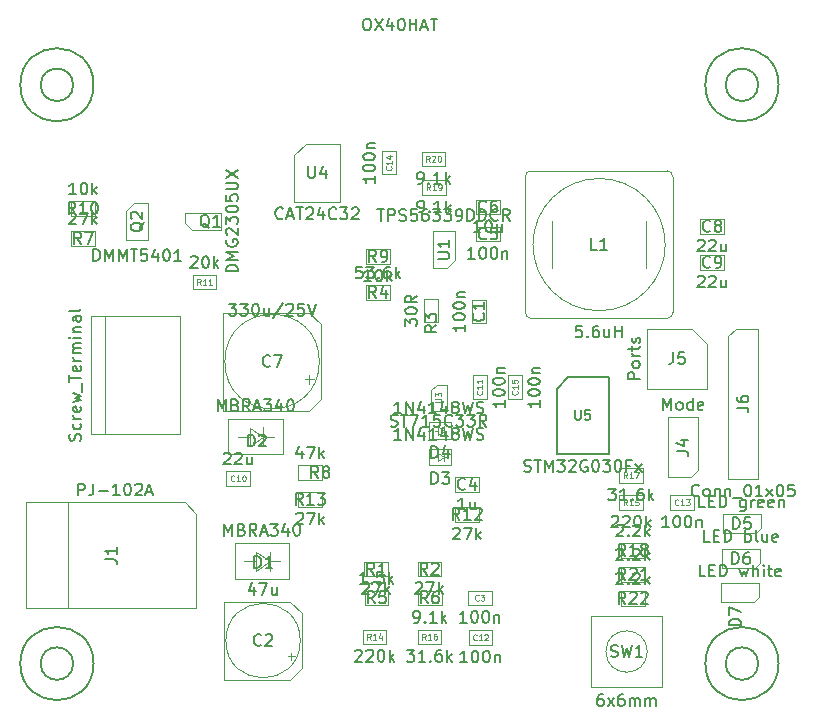
<source format=gbr>
G04 #@! TF.GenerationSoftware,KiCad,Pcbnew,(5.1.5)-2*
G04 #@! TF.CreationDate,2020-04-29T21:28:48+02:00*
G04 #@! TF.ProjectId,UPS-2,5550532d-322e-46b6-9963-61645f706362,rev?*
G04 #@! TF.SameCoordinates,Original*
G04 #@! TF.FileFunction,Other,Fab,Top*
%FSLAX46Y46*%
G04 Gerber Fmt 4.6, Leading zero omitted, Abs format (unit mm)*
G04 Created by KiCad (PCBNEW (5.1.5)-2) date 2020-04-29 21:28:48*
%MOMM*%
%LPD*%
G04 APERTURE LIST*
%ADD10C,0.100000*%
%ADD11C,0.150000*%
%ADD12C,0.080000*%
%ADD13C,0.075000*%
G04 APERTURE END LIST*
D10*
X115684278Y-89022000D02*
X115684278Y-88222000D01*
X116084278Y-88622000D02*
X115284278Y-88622000D01*
X116672000Y-83972000D02*
X115672000Y-82972000D01*
X116672000Y-90272000D02*
X115672000Y-91272000D01*
X116672000Y-90272000D02*
X116672000Y-83972000D01*
X115672000Y-82972000D02*
X108372000Y-82972000D01*
X115672000Y-91272000D02*
X108372000Y-91272000D01*
X108372000Y-91272000D02*
X108372000Y-82972000D01*
X116522000Y-87122000D02*
G75*
G03X116522000Y-87122000I-4000000J0D01*
G01*
X121828000Y-71279500D02*
X121828000Y-69279500D01*
X123028000Y-71279500D02*
X121828000Y-71279500D01*
X123028000Y-69279500D02*
X123028000Y-71279500D01*
X121828000Y-69279500D02*
X123028000Y-69279500D01*
X105807000Y-79791000D02*
X107807000Y-79791000D01*
X105807000Y-80991000D02*
X105807000Y-79791000D01*
X107807000Y-80991000D02*
X105807000Y-80991000D01*
X107807000Y-79791000D02*
X107807000Y-80991000D01*
D11*
X136611000Y-89444000D02*
X137611000Y-88444000D01*
X136611000Y-94944000D02*
X136611000Y-89444000D01*
X141011000Y-94944000D02*
X136611000Y-94944000D01*
X141011000Y-88444000D02*
X141011000Y-94944000D01*
X137611000Y-88444000D02*
X141011000Y-88444000D01*
D10*
X114382000Y-69645000D02*
X115357000Y-68670000D01*
X114382000Y-73570000D02*
X114382000Y-69645000D01*
X118282000Y-73570000D02*
X114382000Y-73570000D01*
X118282000Y-68670000D02*
X118282000Y-73570000D01*
X115357000Y-68670000D02*
X118282000Y-68670000D01*
X127238000Y-72990000D02*
X125238000Y-72990000D01*
X127238000Y-71790000D02*
X127238000Y-72990000D01*
X125238000Y-71790000D02*
X127238000Y-71790000D01*
X125238000Y-72990000D02*
X125238000Y-71790000D01*
X127189500Y-70577000D02*
X125189500Y-70577000D01*
X127189500Y-69377000D02*
X127189500Y-70577000D01*
X125189500Y-69377000D02*
X127189500Y-69377000D01*
X125189500Y-70577000D02*
X125189500Y-69377000D01*
X108184000Y-75950000D02*
X108184000Y-74550000D01*
X105144000Y-74550000D02*
X108184000Y-74550000D01*
X105714000Y-75950000D02*
X105144000Y-75400000D01*
X105144000Y-75400000D02*
X105144000Y-74550000D01*
X105714000Y-75950000D02*
X108164000Y-75950000D01*
X101992000Y-73700000D02*
X101992000Y-76800000D01*
X101992000Y-76800000D02*
X100192000Y-76800000D01*
X100192000Y-74350000D02*
X100192000Y-76800000D01*
X101992000Y-73700000D02*
X100842000Y-73700000D01*
X100192000Y-74350000D02*
X100842000Y-73700000D01*
X104715000Y-93265000D02*
X104715000Y-83265000D01*
X97215000Y-93265000D02*
X104715000Y-93265000D01*
X97215000Y-83265000D02*
X97215000Y-93265000D01*
X104715000Y-83265000D02*
X97215000Y-83265000D01*
X98415000Y-83315000D02*
X98415000Y-93215000D01*
X148241500Y-99660000D02*
X146241500Y-99660000D01*
X148241500Y-98460000D02*
X148241500Y-99660000D01*
X146241500Y-98460000D02*
X148241500Y-98460000D01*
X146241500Y-99660000D02*
X146241500Y-98460000D01*
X148082000Y-84328000D02*
X149352000Y-85598000D01*
X144272000Y-84328000D02*
X148082000Y-84328000D01*
X144272000Y-89408000D02*
X144272000Y-84328000D01*
X149352000Y-89408000D02*
X144272000Y-89408000D01*
X149352000Y-85598000D02*
X149352000Y-89408000D01*
X151130000Y-84963000D02*
X151765000Y-84328000D01*
X151130000Y-97028000D02*
X151130000Y-84963000D01*
X153670000Y-97028000D02*
X151130000Y-97028000D01*
X153670000Y-84328000D02*
X153670000Y-97028000D01*
X151765000Y-84328000D02*
X153670000Y-84328000D01*
X142080500Y-102524000D02*
X144080500Y-102524000D01*
X142080500Y-103724000D02*
X142080500Y-102524000D01*
X144080500Y-103724000D02*
X142080500Y-103724000D01*
X144080500Y-102524000D02*
X144080500Y-103724000D01*
X108649500Y-96428000D02*
X110649500Y-96428000D01*
X108649500Y-97628000D02*
X108649500Y-96428000D01*
X110649500Y-97628000D02*
X108649500Y-97628000D01*
X110649500Y-96428000D02*
X110649500Y-97628000D01*
X126444000Y-89070000D02*
X125944000Y-89570000D01*
X127294000Y-91270000D02*
X125944000Y-91270000D01*
X127294000Y-89070000D02*
X127294000Y-91270000D01*
X125944000Y-89570000D02*
X125944000Y-91270000D01*
X127294000Y-89070000D02*
X126444000Y-89070000D01*
X143923500Y-97374000D02*
X141923500Y-97374000D01*
X143923500Y-96174000D02*
X143923500Y-97374000D01*
X141923500Y-96174000D02*
X143923500Y-96174000D01*
X141923500Y-97374000D02*
X141923500Y-96174000D01*
X143923500Y-99660000D02*
X141923500Y-99660000D01*
X143923500Y-98460000D02*
X143923500Y-99660000D01*
X141923500Y-98460000D02*
X143923500Y-98460000D01*
X141923500Y-99660000D02*
X141923500Y-98460000D01*
X126857000Y-111026500D02*
X124857000Y-111026500D01*
X126857000Y-109826500D02*
X126857000Y-111026500D01*
X124857000Y-109826500D02*
X126857000Y-109826500D01*
X124857000Y-111026500D02*
X124857000Y-109826500D01*
X122206500Y-111026500D02*
X120206500Y-111026500D01*
X122206500Y-109826500D02*
X122206500Y-111026500D01*
X120206500Y-109826500D02*
X122206500Y-109826500D01*
X120206500Y-111026500D02*
X120206500Y-109826500D01*
X148590000Y-96266000D02*
X147955000Y-96901000D01*
X148590000Y-91821000D02*
X148590000Y-96266000D01*
X146050000Y-91821000D02*
X148590000Y-91821000D01*
X146050000Y-96901000D02*
X146050000Y-91821000D01*
X147955000Y-96901000D02*
X146050000Y-96901000D01*
X127646000Y-93664000D02*
X125846000Y-93664000D01*
X125846000Y-93664000D02*
X125846000Y-92264000D01*
X125846000Y-92264000D02*
X127646000Y-92264000D01*
X127646000Y-92264000D02*
X127646000Y-93664000D01*
X127046000Y-93314000D02*
X127046000Y-92614000D01*
X127046000Y-92964000D02*
X127246000Y-92964000D01*
X127046000Y-92964000D02*
X126546000Y-93314000D01*
X126546000Y-93314000D02*
X126546000Y-92614000D01*
X126546000Y-92614000D02*
X127046000Y-92964000D01*
X126546000Y-92964000D02*
X126296000Y-92964000D01*
X127646000Y-95886500D02*
X125846000Y-95886500D01*
X125846000Y-95886500D02*
X125846000Y-94486500D01*
X125846000Y-94486500D02*
X127646000Y-94486500D01*
X127646000Y-94486500D02*
X127646000Y-95886500D01*
X127046000Y-95536500D02*
X127046000Y-94836500D01*
X127046000Y-95186500D02*
X127246000Y-95186500D01*
X127046000Y-95186500D02*
X126546000Y-95536500D01*
X126546000Y-95536500D02*
X126546000Y-94836500D01*
X126546000Y-94836500D02*
X127046000Y-95186500D01*
X126546000Y-95186500D02*
X126296000Y-95186500D01*
X133696000Y-88296000D02*
X133696000Y-90296000D01*
X132496000Y-88296000D02*
X133696000Y-88296000D01*
X132496000Y-90296000D02*
X132496000Y-88296000D01*
X133696000Y-90296000D02*
X132496000Y-90296000D01*
X130711500Y-88281000D02*
X130711500Y-90281000D01*
X129511500Y-88281000D02*
X130711500Y-88281000D01*
X129511500Y-90281000D02*
X129511500Y-88281000D01*
X130711500Y-90281000D02*
X129511500Y-90281000D01*
X131111500Y-107724500D02*
X129111500Y-107724500D01*
X131111500Y-106524500D02*
X131111500Y-107724500D01*
X129111500Y-106524500D02*
X131111500Y-106524500D01*
X129111500Y-107724500D02*
X129111500Y-106524500D01*
X131160000Y-111090000D02*
X129160000Y-111090000D01*
X131160000Y-109890000D02*
X131160000Y-111090000D01*
X129160000Y-109890000D02*
X131160000Y-109890000D01*
X129160000Y-111090000D02*
X129160000Y-109890000D01*
X130032000Y-100676000D02*
X128032000Y-100676000D01*
X130032000Y-99476000D02*
X130032000Y-100676000D01*
X128032000Y-99476000D02*
X130032000Y-99476000D01*
X128032000Y-100676000D02*
X128032000Y-99476000D01*
D11*
X97405000Y-63690000D02*
G75*
G03X97405000Y-63690000I-3100000J0D01*
G01*
X95680000Y-63690000D02*
G75*
G03X95680000Y-63690000I-1375000J0D01*
G01*
D10*
X144287714Y-111669000D02*
G75*
G03X144287714Y-111669000I-1750714J0D01*
G01*
X145537000Y-108669000D02*
X139537000Y-108669000D01*
X145537000Y-114669000D02*
X145537000Y-108669000D01*
X139537000Y-114669000D02*
X145537000Y-114669000D01*
X139537000Y-108669000D02*
X139537000Y-114669000D01*
X150609500Y-102959000D02*
X150609500Y-104559000D01*
X153809500Y-102959000D02*
X150609500Y-102959000D01*
X153809500Y-104159000D02*
X153809500Y-102959000D01*
X153409500Y-104559000D02*
X153809500Y-104159000D01*
X150609500Y-104559000D02*
X153409500Y-104559000D01*
X125384000Y-83804000D02*
X125384000Y-81804000D01*
X126584000Y-83804000D02*
X125384000Y-83804000D01*
X126584000Y-81804000D02*
X126584000Y-83804000D01*
X125384000Y-81804000D02*
X126584000Y-81804000D01*
X134458000Y-83466000D02*
G75*
G02X133958000Y-82966000I0J500000D01*
G01*
X146458000Y-82966000D02*
G75*
G02X145958000Y-83466000I-500000J0D01*
G01*
X145958000Y-70966000D02*
G75*
G02X146458000Y-71466000I0J-500000D01*
G01*
X133958000Y-71466000D02*
G75*
G02X134458000Y-70966000I500000J0D01*
G01*
X144208000Y-75216000D02*
X144208000Y-79216000D01*
X146458000Y-71466000D02*
X146458000Y-82966000D01*
X145958000Y-83466000D02*
X134458000Y-83466000D01*
X133958000Y-71466000D02*
X133958000Y-82966000D01*
X136208000Y-79216000D02*
X136208000Y-75216000D01*
X134458000Y-70966000D02*
X145958000Y-70966000D01*
X145808000Y-77216000D02*
G75*
G03X145808000Y-77216000I-5600000J0D01*
G01*
X114149838Y-112389000D02*
X114149838Y-111759000D01*
X114464838Y-112074000D02*
X113834838Y-112074000D01*
X115060000Y-108444000D02*
X114060000Y-107444000D01*
X115060000Y-113044000D02*
X114060000Y-114044000D01*
X115060000Y-113044000D02*
X115060000Y-108444000D01*
X114060000Y-107444000D02*
X108460000Y-107444000D01*
X114060000Y-114044000D02*
X108460000Y-114044000D01*
X108460000Y-114044000D02*
X108460000Y-107444000D01*
X114910000Y-110744000D02*
G75*
G03X114910000Y-110744000I-3150000J0D01*
G01*
X95520000Y-76108000D02*
X97520000Y-76108000D01*
X95520000Y-77308000D02*
X95520000Y-76108000D01*
X97520000Y-77308000D02*
X95520000Y-77308000D01*
X97520000Y-76108000D02*
X97520000Y-77308000D01*
X95520000Y-73568000D02*
X97520000Y-73568000D01*
X95520000Y-74768000D02*
X95520000Y-73568000D01*
X97520000Y-74768000D02*
X95520000Y-74768000D01*
X97520000Y-73568000D02*
X97520000Y-74768000D01*
X126184000Y-79208000D02*
X126184000Y-76108000D01*
X126184000Y-76108000D02*
X127984000Y-76108000D01*
X127984000Y-78558000D02*
X127984000Y-76108000D01*
X126184000Y-79208000D02*
X127334000Y-79208000D01*
X127984000Y-78558000D02*
X127334000Y-79208000D01*
X122490500Y-78832000D02*
X120490500Y-78832000D01*
X122490500Y-77632000D02*
X122490500Y-78832000D01*
X120490500Y-77632000D02*
X122490500Y-77632000D01*
X120490500Y-78832000D02*
X120490500Y-77632000D01*
X120490500Y-80680000D02*
X122490500Y-80680000D01*
X120490500Y-81880000D02*
X120490500Y-80680000D01*
X122490500Y-81880000D02*
X120490500Y-81880000D01*
X122490500Y-80680000D02*
X122490500Y-81880000D01*
X142080500Y-106588000D02*
X144080500Y-106588000D01*
X142080500Y-107788000D02*
X142080500Y-106588000D01*
X144080500Y-107788000D02*
X142080500Y-107788000D01*
X144080500Y-106588000D02*
X144080500Y-107788000D01*
X142080500Y-104556000D02*
X144080500Y-104556000D01*
X142080500Y-105756000D02*
X142080500Y-104556000D01*
X144080500Y-105756000D02*
X142080500Y-105756000D01*
X144080500Y-104556000D02*
X144080500Y-105756000D01*
X116745500Y-99406000D02*
X114745500Y-99406000D01*
X116745500Y-98206000D02*
X116745500Y-99406000D01*
X114745500Y-98206000D02*
X116745500Y-98206000D01*
X114745500Y-99406000D02*
X114745500Y-98206000D01*
X114745500Y-95920000D02*
X116745500Y-95920000D01*
X114745500Y-97120000D02*
X114745500Y-95920000D01*
X116745500Y-97120000D02*
X114745500Y-97120000D01*
X116745500Y-95920000D02*
X116745500Y-97120000D01*
X126872000Y-107724500D02*
X124872000Y-107724500D01*
X126872000Y-106524500D02*
X126872000Y-107724500D01*
X124872000Y-106524500D02*
X126872000Y-106524500D01*
X124872000Y-107724500D02*
X124872000Y-106524500D01*
X126842000Y-105311500D02*
X124842000Y-105311500D01*
X126842000Y-104111500D02*
X126842000Y-105311500D01*
X124842000Y-104111500D02*
X126842000Y-104111500D01*
X124842000Y-105311500D02*
X124842000Y-104111500D01*
X120363500Y-106524500D02*
X122363500Y-106524500D01*
X120363500Y-107724500D02*
X120363500Y-106524500D01*
X122363500Y-107724500D02*
X120363500Y-107724500D01*
X122363500Y-106524500D02*
X122363500Y-107724500D01*
X122333500Y-105311500D02*
X120333500Y-105311500D01*
X122333500Y-104111500D02*
X122333500Y-105311500D01*
X120333500Y-104111500D02*
X122333500Y-104111500D01*
X120333500Y-105311500D02*
X120333500Y-104111500D01*
X95210000Y-99005000D02*
X95210000Y-108005000D01*
X106110000Y-100005000D02*
X106110000Y-108005000D01*
X105110000Y-99005000D02*
X106110000Y-100005000D01*
X91710000Y-99005000D02*
X105110000Y-99005000D01*
X91710000Y-108005000D02*
X91710000Y-99005000D01*
X106110000Y-108005000D02*
X91710000Y-108005000D01*
X150543000Y-105880000D02*
X150543000Y-107480000D01*
X153743000Y-105880000D02*
X150543000Y-105880000D01*
X153743000Y-107080000D02*
X153743000Y-105880000D01*
X153343000Y-107480000D02*
X153743000Y-107080000D01*
X150543000Y-107480000D02*
X153343000Y-107480000D01*
X150676000Y-100038000D02*
X150676000Y-101638000D01*
X153876000Y-100038000D02*
X150676000Y-100038000D01*
X153876000Y-101238000D02*
X153876000Y-100038000D01*
X153476000Y-101638000D02*
X153876000Y-101238000D01*
X150676000Y-101638000D02*
X153476000Y-101638000D01*
X111774440Y-93470980D02*
X110623820Y-94271080D01*
X111774440Y-93470980D02*
X110623820Y-92721680D01*
X110623820Y-92721680D02*
X110623820Y-94271080D01*
X111774440Y-94271080D02*
X111774440Y-92670880D01*
X110623820Y-93470980D02*
X109625600Y-93470980D01*
X111774440Y-93470980D02*
X112676140Y-93470980D01*
X108825000Y-94972000D02*
X113425000Y-94972000D01*
X108825000Y-94972000D02*
X108825000Y-91972000D01*
X113425000Y-91972000D02*
X113425000Y-94972000D01*
X108825000Y-91972000D02*
X113425000Y-91972000D01*
X112314440Y-104011980D02*
X111163820Y-104812080D01*
X112314440Y-104011980D02*
X111163820Y-103262680D01*
X111163820Y-103262680D02*
X111163820Y-104812080D01*
X112314440Y-104812080D02*
X112314440Y-103211880D01*
X111163820Y-104011980D02*
X110165600Y-104011980D01*
X112314440Y-104011980D02*
X113216140Y-104011980D01*
X109365000Y-105513000D02*
X113965000Y-105513000D01*
X109365000Y-105513000D02*
X109365000Y-102513000D01*
X113965000Y-102513000D02*
X113965000Y-105513000D01*
X109365000Y-102513000D02*
X113965000Y-102513000D01*
X150781500Y-79340000D02*
X148781500Y-79340000D01*
X150781500Y-78140000D02*
X150781500Y-79340000D01*
X148781500Y-78140000D02*
X150781500Y-78140000D01*
X148781500Y-79340000D02*
X148781500Y-78140000D01*
X150781500Y-76292000D02*
X148781500Y-76292000D01*
X150781500Y-75092000D02*
X150781500Y-76292000D01*
X148781500Y-75092000D02*
X150781500Y-75092000D01*
X148781500Y-76292000D02*
X148781500Y-75092000D01*
X129448000Y-83882500D02*
X129448000Y-81882500D01*
X130648000Y-83882500D02*
X129448000Y-83882500D01*
X130648000Y-81882500D02*
X130648000Y-83882500D01*
X129448000Y-81882500D02*
X130648000Y-81882500D01*
X131810000Y-74641000D02*
X129810000Y-74641000D01*
X131810000Y-73441000D02*
X131810000Y-74641000D01*
X129810000Y-73441000D02*
X131810000Y-73441000D01*
X129810000Y-74641000D02*
X129810000Y-73441000D01*
X131810000Y-76927000D02*
X129810000Y-76927000D01*
X131810000Y-75727000D02*
X131810000Y-76927000D01*
X129810000Y-75727000D02*
X131810000Y-75727000D01*
X129810000Y-76927000D02*
X129810000Y-75727000D01*
X130032000Y-98136000D02*
X128032000Y-98136000D01*
X130032000Y-96936000D02*
X130032000Y-98136000D01*
X128032000Y-96936000D02*
X130032000Y-96936000D01*
X128032000Y-98136000D02*
X128032000Y-96936000D01*
D11*
X97405000Y-112690000D02*
G75*
G03X97405000Y-112690000I-3100000J0D01*
G01*
X95680000Y-112690000D02*
G75*
G03X95680000Y-112690000I-1375000J0D01*
G01*
X155405000Y-112690000D02*
G75*
G03X155405000Y-112690000I-3100000J0D01*
G01*
X153680000Y-112690000D02*
G75*
G03X153680000Y-112690000I-1375000J0D01*
G01*
X155405000Y-63690000D02*
G75*
G03X155405000Y-63690000I-3100000J0D01*
G01*
X153680000Y-63690000D02*
G75*
G03X153680000Y-63690000I-1375000J0D01*
G01*
X108879142Y-82224380D02*
X109498190Y-82224380D01*
X109164857Y-82605333D01*
X109307714Y-82605333D01*
X109402952Y-82652952D01*
X109450571Y-82700571D01*
X109498190Y-82795809D01*
X109498190Y-83033904D01*
X109450571Y-83129142D01*
X109402952Y-83176761D01*
X109307714Y-83224380D01*
X109022000Y-83224380D01*
X108926761Y-83176761D01*
X108879142Y-83129142D01*
X109831523Y-82224380D02*
X110450571Y-82224380D01*
X110117238Y-82605333D01*
X110260095Y-82605333D01*
X110355333Y-82652952D01*
X110402952Y-82700571D01*
X110450571Y-82795809D01*
X110450571Y-83033904D01*
X110402952Y-83129142D01*
X110355333Y-83176761D01*
X110260095Y-83224380D01*
X109974380Y-83224380D01*
X109879142Y-83176761D01*
X109831523Y-83129142D01*
X111069619Y-82224380D02*
X111164857Y-82224380D01*
X111260095Y-82272000D01*
X111307714Y-82319619D01*
X111355333Y-82414857D01*
X111402952Y-82605333D01*
X111402952Y-82843428D01*
X111355333Y-83033904D01*
X111307714Y-83129142D01*
X111260095Y-83176761D01*
X111164857Y-83224380D01*
X111069619Y-83224380D01*
X110974380Y-83176761D01*
X110926761Y-83129142D01*
X110879142Y-83033904D01*
X110831523Y-82843428D01*
X110831523Y-82605333D01*
X110879142Y-82414857D01*
X110926761Y-82319619D01*
X110974380Y-82272000D01*
X111069619Y-82224380D01*
X112260095Y-82557714D02*
X112260095Y-83224380D01*
X111831523Y-82557714D02*
X111831523Y-83081523D01*
X111879142Y-83176761D01*
X111974380Y-83224380D01*
X112117238Y-83224380D01*
X112212476Y-83176761D01*
X112260095Y-83129142D01*
X113450571Y-82176761D02*
X112593428Y-83462476D01*
X113736285Y-82319619D02*
X113783904Y-82272000D01*
X113879142Y-82224380D01*
X114117238Y-82224380D01*
X114212476Y-82272000D01*
X114260095Y-82319619D01*
X114307714Y-82414857D01*
X114307714Y-82510095D01*
X114260095Y-82652952D01*
X113688666Y-83224380D01*
X114307714Y-83224380D01*
X115212476Y-82224380D02*
X114736285Y-82224380D01*
X114688666Y-82700571D01*
X114736285Y-82652952D01*
X114831523Y-82605333D01*
X115069619Y-82605333D01*
X115164857Y-82652952D01*
X115212476Y-82700571D01*
X115260095Y-82795809D01*
X115260095Y-83033904D01*
X115212476Y-83129142D01*
X115164857Y-83176761D01*
X115069619Y-83224380D01*
X114831523Y-83224380D01*
X114736285Y-83176761D01*
X114688666Y-83129142D01*
X115545809Y-82224380D02*
X115879142Y-83224380D01*
X116212476Y-82224380D01*
X112355333Y-87479142D02*
X112307714Y-87526761D01*
X112164857Y-87574380D01*
X112069619Y-87574380D01*
X111926761Y-87526761D01*
X111831523Y-87431523D01*
X111783904Y-87336285D01*
X111736285Y-87145809D01*
X111736285Y-87002952D01*
X111783904Y-86812476D01*
X111831523Y-86717238D01*
X111926761Y-86622000D01*
X112069619Y-86574380D01*
X112164857Y-86574380D01*
X112307714Y-86622000D01*
X112355333Y-86669619D01*
X112688666Y-86574380D02*
X113355333Y-86574380D01*
X112926761Y-87574380D01*
X121230380Y-71398547D02*
X121230380Y-71969976D01*
X121230380Y-71684261D02*
X120230380Y-71684261D01*
X120373238Y-71779500D01*
X120468476Y-71874738D01*
X120516095Y-71969976D01*
X120230380Y-70779500D02*
X120230380Y-70684261D01*
X120278000Y-70589023D01*
X120325619Y-70541404D01*
X120420857Y-70493785D01*
X120611333Y-70446166D01*
X120849428Y-70446166D01*
X121039904Y-70493785D01*
X121135142Y-70541404D01*
X121182761Y-70589023D01*
X121230380Y-70684261D01*
X121230380Y-70779500D01*
X121182761Y-70874738D01*
X121135142Y-70922357D01*
X121039904Y-70969976D01*
X120849428Y-71017595D01*
X120611333Y-71017595D01*
X120420857Y-70969976D01*
X120325619Y-70922357D01*
X120278000Y-70874738D01*
X120230380Y-70779500D01*
X120230380Y-69827119D02*
X120230380Y-69731880D01*
X120278000Y-69636642D01*
X120325619Y-69589023D01*
X120420857Y-69541404D01*
X120611333Y-69493785D01*
X120849428Y-69493785D01*
X121039904Y-69541404D01*
X121135142Y-69589023D01*
X121182761Y-69636642D01*
X121230380Y-69731880D01*
X121230380Y-69827119D01*
X121182761Y-69922357D01*
X121135142Y-69969976D01*
X121039904Y-70017595D01*
X120849428Y-70065214D01*
X120611333Y-70065214D01*
X120420857Y-70017595D01*
X120325619Y-69969976D01*
X120278000Y-69922357D01*
X120230380Y-69827119D01*
X120563714Y-69065214D02*
X121230380Y-69065214D01*
X120658952Y-69065214D02*
X120611333Y-69017595D01*
X120563714Y-68922357D01*
X120563714Y-68779500D01*
X120611333Y-68684261D01*
X120706571Y-68636642D01*
X121230380Y-68636642D01*
D12*
X122606571Y-70600928D02*
X122630380Y-70624738D01*
X122654190Y-70696166D01*
X122654190Y-70743785D01*
X122630380Y-70815214D01*
X122582761Y-70862833D01*
X122535142Y-70886642D01*
X122439904Y-70910452D01*
X122368476Y-70910452D01*
X122273238Y-70886642D01*
X122225619Y-70862833D01*
X122178000Y-70815214D01*
X122154190Y-70743785D01*
X122154190Y-70696166D01*
X122178000Y-70624738D01*
X122201809Y-70600928D01*
X122654190Y-70124738D02*
X122654190Y-70410452D01*
X122654190Y-70267595D02*
X122154190Y-70267595D01*
X122225619Y-70315214D01*
X122273238Y-70362833D01*
X122297047Y-70410452D01*
X122320857Y-69696166D02*
X122654190Y-69696166D01*
X122130380Y-69815214D02*
X122487523Y-69934261D01*
X122487523Y-69624738D01*
D11*
X105640333Y-78288619D02*
X105687952Y-78241000D01*
X105783190Y-78193380D01*
X106021285Y-78193380D01*
X106116523Y-78241000D01*
X106164142Y-78288619D01*
X106211761Y-78383857D01*
X106211761Y-78479095D01*
X106164142Y-78621952D01*
X105592714Y-79193380D01*
X106211761Y-79193380D01*
X106830809Y-78193380D02*
X106926047Y-78193380D01*
X107021285Y-78241000D01*
X107068904Y-78288619D01*
X107116523Y-78383857D01*
X107164142Y-78574333D01*
X107164142Y-78812428D01*
X107116523Y-79002904D01*
X107068904Y-79098142D01*
X107021285Y-79145761D01*
X106926047Y-79193380D01*
X106830809Y-79193380D01*
X106735571Y-79145761D01*
X106687952Y-79098142D01*
X106640333Y-79002904D01*
X106592714Y-78812428D01*
X106592714Y-78574333D01*
X106640333Y-78383857D01*
X106687952Y-78288619D01*
X106735571Y-78241000D01*
X106830809Y-78193380D01*
X107592714Y-79193380D02*
X107592714Y-78193380D01*
X107687952Y-78812428D02*
X107973666Y-79193380D01*
X107973666Y-78526714D02*
X107592714Y-78907666D01*
D12*
X106485571Y-80617190D02*
X106318904Y-80379095D01*
X106199857Y-80617190D02*
X106199857Y-80117190D01*
X106390333Y-80117190D01*
X106437952Y-80141000D01*
X106461761Y-80164809D01*
X106485571Y-80212428D01*
X106485571Y-80283857D01*
X106461761Y-80331476D01*
X106437952Y-80355285D01*
X106390333Y-80379095D01*
X106199857Y-80379095D01*
X106961761Y-80617190D02*
X106676047Y-80617190D01*
X106818904Y-80617190D02*
X106818904Y-80117190D01*
X106771285Y-80188619D01*
X106723666Y-80236238D01*
X106676047Y-80260047D01*
X107437952Y-80617190D02*
X107152238Y-80617190D01*
X107295095Y-80617190D02*
X107295095Y-80117190D01*
X107247476Y-80188619D01*
X107199857Y-80236238D01*
X107152238Y-80260047D01*
D11*
X133858619Y-96398761D02*
X134001476Y-96446380D01*
X134239571Y-96446380D01*
X134334809Y-96398761D01*
X134382428Y-96351142D01*
X134430047Y-96255904D01*
X134430047Y-96160666D01*
X134382428Y-96065428D01*
X134334809Y-96017809D01*
X134239571Y-95970190D01*
X134049095Y-95922571D01*
X133953857Y-95874952D01*
X133906238Y-95827333D01*
X133858619Y-95732095D01*
X133858619Y-95636857D01*
X133906238Y-95541619D01*
X133953857Y-95494000D01*
X134049095Y-95446380D01*
X134287190Y-95446380D01*
X134430047Y-95494000D01*
X134715761Y-95446380D02*
X135287190Y-95446380D01*
X135001476Y-96446380D02*
X135001476Y-95446380D01*
X135620523Y-96446380D02*
X135620523Y-95446380D01*
X135953857Y-96160666D01*
X136287190Y-95446380D01*
X136287190Y-96446380D01*
X136668142Y-95446380D02*
X137287190Y-95446380D01*
X136953857Y-95827333D01*
X137096714Y-95827333D01*
X137191952Y-95874952D01*
X137239571Y-95922571D01*
X137287190Y-96017809D01*
X137287190Y-96255904D01*
X137239571Y-96351142D01*
X137191952Y-96398761D01*
X137096714Y-96446380D01*
X136811000Y-96446380D01*
X136715761Y-96398761D01*
X136668142Y-96351142D01*
X137668142Y-95541619D02*
X137715761Y-95494000D01*
X137811000Y-95446380D01*
X138049095Y-95446380D01*
X138144333Y-95494000D01*
X138191952Y-95541619D01*
X138239571Y-95636857D01*
X138239571Y-95732095D01*
X138191952Y-95874952D01*
X137620523Y-96446380D01*
X138239571Y-96446380D01*
X139191952Y-95494000D02*
X139096714Y-95446380D01*
X138953857Y-95446380D01*
X138811000Y-95494000D01*
X138715761Y-95589238D01*
X138668142Y-95684476D01*
X138620523Y-95874952D01*
X138620523Y-96017809D01*
X138668142Y-96208285D01*
X138715761Y-96303523D01*
X138811000Y-96398761D01*
X138953857Y-96446380D01*
X139049095Y-96446380D01*
X139191952Y-96398761D01*
X139239571Y-96351142D01*
X139239571Y-96017809D01*
X139049095Y-96017809D01*
X139858619Y-95446380D02*
X139953857Y-95446380D01*
X140049095Y-95494000D01*
X140096714Y-95541619D01*
X140144333Y-95636857D01*
X140191952Y-95827333D01*
X140191952Y-96065428D01*
X140144333Y-96255904D01*
X140096714Y-96351142D01*
X140049095Y-96398761D01*
X139953857Y-96446380D01*
X139858619Y-96446380D01*
X139763380Y-96398761D01*
X139715761Y-96351142D01*
X139668142Y-96255904D01*
X139620523Y-96065428D01*
X139620523Y-95827333D01*
X139668142Y-95636857D01*
X139715761Y-95541619D01*
X139763380Y-95494000D01*
X139858619Y-95446380D01*
X140525285Y-95446380D02*
X141144333Y-95446380D01*
X140811000Y-95827333D01*
X140953857Y-95827333D01*
X141049095Y-95874952D01*
X141096714Y-95922571D01*
X141144333Y-96017809D01*
X141144333Y-96255904D01*
X141096714Y-96351142D01*
X141049095Y-96398761D01*
X140953857Y-96446380D01*
X140668142Y-96446380D01*
X140572904Y-96398761D01*
X140525285Y-96351142D01*
X141763380Y-95446380D02*
X141858619Y-95446380D01*
X141953857Y-95494000D01*
X142001476Y-95541619D01*
X142049095Y-95636857D01*
X142096714Y-95827333D01*
X142096714Y-96065428D01*
X142049095Y-96255904D01*
X142001476Y-96351142D01*
X141953857Y-96398761D01*
X141858619Y-96446380D01*
X141763380Y-96446380D01*
X141668142Y-96398761D01*
X141620523Y-96351142D01*
X141572904Y-96255904D01*
X141525285Y-96065428D01*
X141525285Y-95827333D01*
X141572904Y-95636857D01*
X141620523Y-95541619D01*
X141668142Y-95494000D01*
X141763380Y-95446380D01*
X142858619Y-95922571D02*
X142525285Y-95922571D01*
X142525285Y-96446380D02*
X142525285Y-95446380D01*
X143001476Y-95446380D01*
X143287190Y-96446380D02*
X143811000Y-95779714D01*
X143287190Y-95779714D02*
X143811000Y-96446380D01*
X138201476Y-91255904D02*
X138201476Y-91903523D01*
X138239571Y-91979714D01*
X138277666Y-92017809D01*
X138353857Y-92055904D01*
X138506238Y-92055904D01*
X138582428Y-92017809D01*
X138620523Y-91979714D01*
X138658619Y-91903523D01*
X138658619Y-91255904D01*
X139420523Y-91255904D02*
X139039571Y-91255904D01*
X139001476Y-91636857D01*
X139039571Y-91598761D01*
X139115761Y-91560666D01*
X139306238Y-91560666D01*
X139382428Y-91598761D01*
X139420523Y-91636857D01*
X139458619Y-91713047D01*
X139458619Y-91903523D01*
X139420523Y-91979714D01*
X139382428Y-92017809D01*
X139306238Y-92055904D01*
X139115761Y-92055904D01*
X139039571Y-92017809D01*
X139001476Y-91979714D01*
X113427238Y-74977142D02*
X113379619Y-75024761D01*
X113236761Y-75072380D01*
X113141523Y-75072380D01*
X112998666Y-75024761D01*
X112903428Y-74929523D01*
X112855809Y-74834285D01*
X112808190Y-74643809D01*
X112808190Y-74500952D01*
X112855809Y-74310476D01*
X112903428Y-74215238D01*
X112998666Y-74120000D01*
X113141523Y-74072380D01*
X113236761Y-74072380D01*
X113379619Y-74120000D01*
X113427238Y-74167619D01*
X113808190Y-74786666D02*
X114284380Y-74786666D01*
X113712952Y-75072380D02*
X114046285Y-74072380D01*
X114379619Y-75072380D01*
X114570095Y-74072380D02*
X115141523Y-74072380D01*
X114855809Y-75072380D02*
X114855809Y-74072380D01*
X115427238Y-74167619D02*
X115474857Y-74120000D01*
X115570095Y-74072380D01*
X115808190Y-74072380D01*
X115903428Y-74120000D01*
X115951047Y-74167619D01*
X115998666Y-74262857D01*
X115998666Y-74358095D01*
X115951047Y-74500952D01*
X115379619Y-75072380D01*
X115998666Y-75072380D01*
X116855809Y-74405714D02*
X116855809Y-75072380D01*
X116617714Y-74024761D02*
X116379619Y-74739047D01*
X116998666Y-74739047D01*
X117951047Y-74977142D02*
X117903428Y-75024761D01*
X117760571Y-75072380D01*
X117665333Y-75072380D01*
X117522476Y-75024761D01*
X117427238Y-74929523D01*
X117379619Y-74834285D01*
X117332000Y-74643809D01*
X117332000Y-74500952D01*
X117379619Y-74310476D01*
X117427238Y-74215238D01*
X117522476Y-74120000D01*
X117665333Y-74072380D01*
X117760571Y-74072380D01*
X117903428Y-74120000D01*
X117951047Y-74167619D01*
X118284380Y-74072380D02*
X118903428Y-74072380D01*
X118570095Y-74453333D01*
X118712952Y-74453333D01*
X118808190Y-74500952D01*
X118855809Y-74548571D01*
X118903428Y-74643809D01*
X118903428Y-74881904D01*
X118855809Y-74977142D01*
X118808190Y-75024761D01*
X118712952Y-75072380D01*
X118427238Y-75072380D01*
X118332000Y-75024761D01*
X118284380Y-74977142D01*
X119284380Y-74167619D02*
X119332000Y-74120000D01*
X119427238Y-74072380D01*
X119665333Y-74072380D01*
X119760571Y-74120000D01*
X119808190Y-74167619D01*
X119855809Y-74262857D01*
X119855809Y-74358095D01*
X119808190Y-74500952D01*
X119236761Y-75072380D01*
X119855809Y-75072380D01*
X115570095Y-70572380D02*
X115570095Y-71381904D01*
X115617714Y-71477142D01*
X115665333Y-71524761D01*
X115760571Y-71572380D01*
X115951047Y-71572380D01*
X116046285Y-71524761D01*
X116093904Y-71477142D01*
X116141523Y-71381904D01*
X116141523Y-70572380D01*
X117046285Y-70905714D02*
X117046285Y-71572380D01*
X116808190Y-70524761D02*
X116570095Y-71239047D01*
X117189142Y-71239047D01*
X124928476Y-74492380D02*
X125118952Y-74492380D01*
X125214190Y-74444761D01*
X125261809Y-74397142D01*
X125357047Y-74254285D01*
X125404666Y-74063809D01*
X125404666Y-73682857D01*
X125357047Y-73587619D01*
X125309428Y-73540000D01*
X125214190Y-73492380D01*
X125023714Y-73492380D01*
X124928476Y-73540000D01*
X124880857Y-73587619D01*
X124833238Y-73682857D01*
X124833238Y-73920952D01*
X124880857Y-74016190D01*
X124928476Y-74063809D01*
X125023714Y-74111428D01*
X125214190Y-74111428D01*
X125309428Y-74063809D01*
X125357047Y-74016190D01*
X125404666Y-73920952D01*
X125833238Y-74397142D02*
X125880857Y-74444761D01*
X125833238Y-74492380D01*
X125785619Y-74444761D01*
X125833238Y-74397142D01*
X125833238Y-74492380D01*
X126833238Y-74492380D02*
X126261809Y-74492380D01*
X126547523Y-74492380D02*
X126547523Y-73492380D01*
X126452285Y-73635238D01*
X126357047Y-73730476D01*
X126261809Y-73778095D01*
X127261809Y-74492380D02*
X127261809Y-73492380D01*
X127357047Y-74111428D02*
X127642761Y-74492380D01*
X127642761Y-73825714D02*
X127261809Y-74206666D01*
D12*
X125916571Y-72616190D02*
X125749904Y-72378095D01*
X125630857Y-72616190D02*
X125630857Y-72116190D01*
X125821333Y-72116190D01*
X125868952Y-72140000D01*
X125892761Y-72163809D01*
X125916571Y-72211428D01*
X125916571Y-72282857D01*
X125892761Y-72330476D01*
X125868952Y-72354285D01*
X125821333Y-72378095D01*
X125630857Y-72378095D01*
X126392761Y-72616190D02*
X126107047Y-72616190D01*
X126249904Y-72616190D02*
X126249904Y-72116190D01*
X126202285Y-72187619D01*
X126154666Y-72235238D01*
X126107047Y-72259047D01*
X126630857Y-72616190D02*
X126726095Y-72616190D01*
X126773714Y-72592380D01*
X126797523Y-72568571D01*
X126845142Y-72497142D01*
X126868952Y-72401904D01*
X126868952Y-72211428D01*
X126845142Y-72163809D01*
X126821333Y-72140000D01*
X126773714Y-72116190D01*
X126678476Y-72116190D01*
X126630857Y-72140000D01*
X126607047Y-72163809D01*
X126583238Y-72211428D01*
X126583238Y-72330476D01*
X126607047Y-72378095D01*
X126630857Y-72401904D01*
X126678476Y-72425714D01*
X126773714Y-72425714D01*
X126821333Y-72401904D01*
X126845142Y-72378095D01*
X126868952Y-72330476D01*
D11*
X124879976Y-72079380D02*
X125070452Y-72079380D01*
X125165690Y-72031761D01*
X125213309Y-71984142D01*
X125308547Y-71841285D01*
X125356166Y-71650809D01*
X125356166Y-71269857D01*
X125308547Y-71174619D01*
X125260928Y-71127000D01*
X125165690Y-71079380D01*
X124975214Y-71079380D01*
X124879976Y-71127000D01*
X124832357Y-71174619D01*
X124784738Y-71269857D01*
X124784738Y-71507952D01*
X124832357Y-71603190D01*
X124879976Y-71650809D01*
X124975214Y-71698428D01*
X125165690Y-71698428D01*
X125260928Y-71650809D01*
X125308547Y-71603190D01*
X125356166Y-71507952D01*
X125784738Y-71984142D02*
X125832357Y-72031761D01*
X125784738Y-72079380D01*
X125737119Y-72031761D01*
X125784738Y-71984142D01*
X125784738Y-72079380D01*
X126784738Y-72079380D02*
X126213309Y-72079380D01*
X126499023Y-72079380D02*
X126499023Y-71079380D01*
X126403785Y-71222238D01*
X126308547Y-71317476D01*
X126213309Y-71365095D01*
X127213309Y-72079380D02*
X127213309Y-71079380D01*
X127308547Y-71698428D02*
X127594261Y-72079380D01*
X127594261Y-71412714D02*
X127213309Y-71793666D01*
D12*
X125868071Y-70203190D02*
X125701404Y-69965095D01*
X125582357Y-70203190D02*
X125582357Y-69703190D01*
X125772833Y-69703190D01*
X125820452Y-69727000D01*
X125844261Y-69750809D01*
X125868071Y-69798428D01*
X125868071Y-69869857D01*
X125844261Y-69917476D01*
X125820452Y-69941285D01*
X125772833Y-69965095D01*
X125582357Y-69965095D01*
X126058547Y-69750809D02*
X126082357Y-69727000D01*
X126129976Y-69703190D01*
X126249023Y-69703190D01*
X126296642Y-69727000D01*
X126320452Y-69750809D01*
X126344261Y-69798428D01*
X126344261Y-69846047D01*
X126320452Y-69917476D01*
X126034738Y-70203190D01*
X126344261Y-70203190D01*
X126653785Y-69703190D02*
X126701404Y-69703190D01*
X126749023Y-69727000D01*
X126772833Y-69750809D01*
X126796642Y-69798428D01*
X126820452Y-69893666D01*
X126820452Y-70012714D01*
X126796642Y-70107952D01*
X126772833Y-70155571D01*
X126749023Y-70179380D01*
X126701404Y-70203190D01*
X126653785Y-70203190D01*
X126606166Y-70179380D01*
X126582357Y-70155571D01*
X126558547Y-70107952D01*
X126534738Y-70012714D01*
X126534738Y-69893666D01*
X126558547Y-69798428D01*
X126582357Y-69750809D01*
X126606166Y-69727000D01*
X126653785Y-69703190D01*
D11*
X109616380Y-79488095D02*
X108616380Y-79488095D01*
X108616380Y-79250000D01*
X108664000Y-79107142D01*
X108759238Y-79011904D01*
X108854476Y-78964285D01*
X109044952Y-78916666D01*
X109187809Y-78916666D01*
X109378285Y-78964285D01*
X109473523Y-79011904D01*
X109568761Y-79107142D01*
X109616380Y-79250000D01*
X109616380Y-79488095D01*
X109616380Y-78488095D02*
X108616380Y-78488095D01*
X109330666Y-78154761D01*
X108616380Y-77821428D01*
X109616380Y-77821428D01*
X108664000Y-76821428D02*
X108616380Y-76916666D01*
X108616380Y-77059523D01*
X108664000Y-77202380D01*
X108759238Y-77297619D01*
X108854476Y-77345238D01*
X109044952Y-77392857D01*
X109187809Y-77392857D01*
X109378285Y-77345238D01*
X109473523Y-77297619D01*
X109568761Y-77202380D01*
X109616380Y-77059523D01*
X109616380Y-76964285D01*
X109568761Y-76821428D01*
X109521142Y-76773809D01*
X109187809Y-76773809D01*
X109187809Y-76964285D01*
X108711619Y-76392857D02*
X108664000Y-76345238D01*
X108616380Y-76250000D01*
X108616380Y-76011904D01*
X108664000Y-75916666D01*
X108711619Y-75869047D01*
X108806857Y-75821428D01*
X108902095Y-75821428D01*
X109044952Y-75869047D01*
X109616380Y-76440476D01*
X109616380Y-75821428D01*
X108616380Y-75488095D02*
X108616380Y-74869047D01*
X108997333Y-75202380D01*
X108997333Y-75059523D01*
X109044952Y-74964285D01*
X109092571Y-74916666D01*
X109187809Y-74869047D01*
X109425904Y-74869047D01*
X109521142Y-74916666D01*
X109568761Y-74964285D01*
X109616380Y-75059523D01*
X109616380Y-75345238D01*
X109568761Y-75440476D01*
X109521142Y-75488095D01*
X108616380Y-74250000D02*
X108616380Y-74154761D01*
X108664000Y-74059523D01*
X108711619Y-74011904D01*
X108806857Y-73964285D01*
X108997333Y-73916666D01*
X109235428Y-73916666D01*
X109425904Y-73964285D01*
X109521142Y-74011904D01*
X109568761Y-74059523D01*
X109616380Y-74154761D01*
X109616380Y-74250000D01*
X109568761Y-74345238D01*
X109521142Y-74392857D01*
X109425904Y-74440476D01*
X109235428Y-74488095D01*
X108997333Y-74488095D01*
X108806857Y-74440476D01*
X108711619Y-74392857D01*
X108664000Y-74345238D01*
X108616380Y-74250000D01*
X108616380Y-73011904D02*
X108616380Y-73488095D01*
X109092571Y-73535714D01*
X109044952Y-73488095D01*
X108997333Y-73392857D01*
X108997333Y-73154761D01*
X109044952Y-73059523D01*
X109092571Y-73011904D01*
X109187809Y-72964285D01*
X109425904Y-72964285D01*
X109521142Y-73011904D01*
X109568761Y-73059523D01*
X109616380Y-73154761D01*
X109616380Y-73392857D01*
X109568761Y-73488095D01*
X109521142Y-73535714D01*
X108616380Y-72535714D02*
X109425904Y-72535714D01*
X109521142Y-72488095D01*
X109568761Y-72440476D01*
X109616380Y-72345238D01*
X109616380Y-72154761D01*
X109568761Y-72059523D01*
X109521142Y-72011904D01*
X109425904Y-71964285D01*
X108616380Y-71964285D01*
X108616380Y-71583333D02*
X109616380Y-70916666D01*
X108616380Y-70916666D02*
X109616380Y-71583333D01*
X107203761Y-75797619D02*
X107108523Y-75750000D01*
X107013285Y-75654761D01*
X106870428Y-75511904D01*
X106775190Y-75464285D01*
X106679952Y-75464285D01*
X106727571Y-75702380D02*
X106632333Y-75654761D01*
X106537095Y-75559523D01*
X106489476Y-75369047D01*
X106489476Y-75035714D01*
X106537095Y-74845238D01*
X106632333Y-74750000D01*
X106727571Y-74702380D01*
X106918047Y-74702380D01*
X107013285Y-74750000D01*
X107108523Y-74845238D01*
X107156142Y-75035714D01*
X107156142Y-75369047D01*
X107108523Y-75559523D01*
X107013285Y-75654761D01*
X106918047Y-75702380D01*
X106727571Y-75702380D01*
X108108523Y-75702380D02*
X107537095Y-75702380D01*
X107822809Y-75702380D02*
X107822809Y-74702380D01*
X107727571Y-74845238D01*
X107632333Y-74940476D01*
X107537095Y-74988095D01*
X97401523Y-78602380D02*
X97401523Y-77602380D01*
X97639619Y-77602380D01*
X97782476Y-77650000D01*
X97877714Y-77745238D01*
X97925333Y-77840476D01*
X97972952Y-78030952D01*
X97972952Y-78173809D01*
X97925333Y-78364285D01*
X97877714Y-78459523D01*
X97782476Y-78554761D01*
X97639619Y-78602380D01*
X97401523Y-78602380D01*
X98401523Y-78602380D02*
X98401523Y-77602380D01*
X98734857Y-78316666D01*
X99068190Y-77602380D01*
X99068190Y-78602380D01*
X99544380Y-78602380D02*
X99544380Y-77602380D01*
X99877714Y-78316666D01*
X100211047Y-77602380D01*
X100211047Y-78602380D01*
X100544380Y-77602380D02*
X101115809Y-77602380D01*
X100830095Y-78602380D02*
X100830095Y-77602380D01*
X101925333Y-77602380D02*
X101449142Y-77602380D01*
X101401523Y-78078571D01*
X101449142Y-78030952D01*
X101544380Y-77983333D01*
X101782476Y-77983333D01*
X101877714Y-78030952D01*
X101925333Y-78078571D01*
X101972952Y-78173809D01*
X101972952Y-78411904D01*
X101925333Y-78507142D01*
X101877714Y-78554761D01*
X101782476Y-78602380D01*
X101544380Y-78602380D01*
X101449142Y-78554761D01*
X101401523Y-78507142D01*
X102830095Y-77935714D02*
X102830095Y-78602380D01*
X102592000Y-77554761D02*
X102353904Y-78269047D01*
X102972952Y-78269047D01*
X103544380Y-77602380D02*
X103639619Y-77602380D01*
X103734857Y-77650000D01*
X103782476Y-77697619D01*
X103830095Y-77792857D01*
X103877714Y-77983333D01*
X103877714Y-78221428D01*
X103830095Y-78411904D01*
X103782476Y-78507142D01*
X103734857Y-78554761D01*
X103639619Y-78602380D01*
X103544380Y-78602380D01*
X103449142Y-78554761D01*
X103401523Y-78507142D01*
X103353904Y-78411904D01*
X103306285Y-78221428D01*
X103306285Y-77983333D01*
X103353904Y-77792857D01*
X103401523Y-77697619D01*
X103449142Y-77650000D01*
X103544380Y-77602380D01*
X104830095Y-78602380D02*
X104258666Y-78602380D01*
X104544380Y-78602380D02*
X104544380Y-77602380D01*
X104449142Y-77745238D01*
X104353904Y-77840476D01*
X104258666Y-77888095D01*
X101639619Y-75345238D02*
X101592000Y-75440476D01*
X101496761Y-75535714D01*
X101353904Y-75678571D01*
X101306285Y-75773809D01*
X101306285Y-75869047D01*
X101544380Y-75821428D02*
X101496761Y-75916666D01*
X101401523Y-76011904D01*
X101211047Y-76059523D01*
X100877714Y-76059523D01*
X100687238Y-76011904D01*
X100592000Y-75916666D01*
X100544380Y-75821428D01*
X100544380Y-75630952D01*
X100592000Y-75535714D01*
X100687238Y-75440476D01*
X100877714Y-75392857D01*
X101211047Y-75392857D01*
X101401523Y-75440476D01*
X101496761Y-75535714D01*
X101544380Y-75630952D01*
X101544380Y-75821428D01*
X100639619Y-75011904D02*
X100592000Y-74964285D01*
X100544380Y-74869047D01*
X100544380Y-74630952D01*
X100592000Y-74535714D01*
X100639619Y-74488095D01*
X100734857Y-74440476D01*
X100830095Y-74440476D01*
X100972952Y-74488095D01*
X101544380Y-75059523D01*
X101544380Y-74440476D01*
X96289761Y-93812619D02*
X96337380Y-93669761D01*
X96337380Y-93431666D01*
X96289761Y-93336428D01*
X96242142Y-93288809D01*
X96146904Y-93241190D01*
X96051666Y-93241190D01*
X95956428Y-93288809D01*
X95908809Y-93336428D01*
X95861190Y-93431666D01*
X95813571Y-93622142D01*
X95765952Y-93717380D01*
X95718333Y-93765000D01*
X95623095Y-93812619D01*
X95527857Y-93812619D01*
X95432619Y-93765000D01*
X95385000Y-93717380D01*
X95337380Y-93622142D01*
X95337380Y-93384047D01*
X95385000Y-93241190D01*
X96289761Y-92384047D02*
X96337380Y-92479285D01*
X96337380Y-92669761D01*
X96289761Y-92765000D01*
X96242142Y-92812619D01*
X96146904Y-92860238D01*
X95861190Y-92860238D01*
X95765952Y-92812619D01*
X95718333Y-92765000D01*
X95670714Y-92669761D01*
X95670714Y-92479285D01*
X95718333Y-92384047D01*
X96337380Y-91955476D02*
X95670714Y-91955476D01*
X95861190Y-91955476D02*
X95765952Y-91907857D01*
X95718333Y-91860238D01*
X95670714Y-91765000D01*
X95670714Y-91669761D01*
X96289761Y-90955476D02*
X96337380Y-91050714D01*
X96337380Y-91241190D01*
X96289761Y-91336428D01*
X96194523Y-91384047D01*
X95813571Y-91384047D01*
X95718333Y-91336428D01*
X95670714Y-91241190D01*
X95670714Y-91050714D01*
X95718333Y-90955476D01*
X95813571Y-90907857D01*
X95908809Y-90907857D01*
X96004047Y-91384047D01*
X95670714Y-90574523D02*
X96337380Y-90384047D01*
X95861190Y-90193571D01*
X96337380Y-90003095D01*
X95670714Y-89812619D01*
X96432619Y-89669761D02*
X96432619Y-88907857D01*
X95337380Y-88812619D02*
X95337380Y-88241190D01*
X96337380Y-88526904D02*
X95337380Y-88526904D01*
X96289761Y-87526904D02*
X96337380Y-87622142D01*
X96337380Y-87812619D01*
X96289761Y-87907857D01*
X96194523Y-87955476D01*
X95813571Y-87955476D01*
X95718333Y-87907857D01*
X95670714Y-87812619D01*
X95670714Y-87622142D01*
X95718333Y-87526904D01*
X95813571Y-87479285D01*
X95908809Y-87479285D01*
X96004047Y-87955476D01*
X96337380Y-87050714D02*
X95670714Y-87050714D01*
X95861190Y-87050714D02*
X95765952Y-87003095D01*
X95718333Y-86955476D01*
X95670714Y-86860238D01*
X95670714Y-86765000D01*
X96337380Y-86431666D02*
X95670714Y-86431666D01*
X95765952Y-86431666D02*
X95718333Y-86384047D01*
X95670714Y-86288809D01*
X95670714Y-86145952D01*
X95718333Y-86050714D01*
X95813571Y-86003095D01*
X96337380Y-86003095D01*
X95813571Y-86003095D02*
X95718333Y-85955476D01*
X95670714Y-85860238D01*
X95670714Y-85717380D01*
X95718333Y-85622142D01*
X95813571Y-85574523D01*
X96337380Y-85574523D01*
X96337380Y-85098333D02*
X95670714Y-85098333D01*
X95337380Y-85098333D02*
X95385000Y-85145952D01*
X95432619Y-85098333D01*
X95385000Y-85050714D01*
X95337380Y-85098333D01*
X95432619Y-85098333D01*
X95670714Y-84622142D02*
X96337380Y-84622142D01*
X95765952Y-84622142D02*
X95718333Y-84574523D01*
X95670714Y-84479285D01*
X95670714Y-84336428D01*
X95718333Y-84241190D01*
X95813571Y-84193571D01*
X96337380Y-84193571D01*
X96337380Y-83288809D02*
X95813571Y-83288809D01*
X95718333Y-83336428D01*
X95670714Y-83431666D01*
X95670714Y-83622142D01*
X95718333Y-83717380D01*
X96289761Y-83288809D02*
X96337380Y-83384047D01*
X96337380Y-83622142D01*
X96289761Y-83717380D01*
X96194523Y-83765000D01*
X96099285Y-83765000D01*
X96004047Y-83717380D01*
X95956428Y-83622142D01*
X95956428Y-83384047D01*
X95908809Y-83288809D01*
X96337380Y-82669761D02*
X96289761Y-82765000D01*
X96194523Y-82812619D01*
X95337380Y-82812619D01*
X146122452Y-101162380D02*
X145551023Y-101162380D01*
X145836738Y-101162380D02*
X145836738Y-100162380D01*
X145741500Y-100305238D01*
X145646261Y-100400476D01*
X145551023Y-100448095D01*
X146741500Y-100162380D02*
X146836738Y-100162380D01*
X146931976Y-100210000D01*
X146979595Y-100257619D01*
X147027214Y-100352857D01*
X147074833Y-100543333D01*
X147074833Y-100781428D01*
X147027214Y-100971904D01*
X146979595Y-101067142D01*
X146931976Y-101114761D01*
X146836738Y-101162380D01*
X146741500Y-101162380D01*
X146646261Y-101114761D01*
X146598642Y-101067142D01*
X146551023Y-100971904D01*
X146503404Y-100781428D01*
X146503404Y-100543333D01*
X146551023Y-100352857D01*
X146598642Y-100257619D01*
X146646261Y-100210000D01*
X146741500Y-100162380D01*
X147693880Y-100162380D02*
X147789119Y-100162380D01*
X147884357Y-100210000D01*
X147931976Y-100257619D01*
X147979595Y-100352857D01*
X148027214Y-100543333D01*
X148027214Y-100781428D01*
X147979595Y-100971904D01*
X147931976Y-101067142D01*
X147884357Y-101114761D01*
X147789119Y-101162380D01*
X147693880Y-101162380D01*
X147598642Y-101114761D01*
X147551023Y-101067142D01*
X147503404Y-100971904D01*
X147455785Y-100781428D01*
X147455785Y-100543333D01*
X147503404Y-100352857D01*
X147551023Y-100257619D01*
X147598642Y-100210000D01*
X147693880Y-100162380D01*
X148455785Y-100495714D02*
X148455785Y-101162380D01*
X148455785Y-100590952D02*
X148503404Y-100543333D01*
X148598642Y-100495714D01*
X148741500Y-100495714D01*
X148836738Y-100543333D01*
X148884357Y-100638571D01*
X148884357Y-101162380D01*
D12*
X146920071Y-99238571D02*
X146896261Y-99262380D01*
X146824833Y-99286190D01*
X146777214Y-99286190D01*
X146705785Y-99262380D01*
X146658166Y-99214761D01*
X146634357Y-99167142D01*
X146610547Y-99071904D01*
X146610547Y-99000476D01*
X146634357Y-98905238D01*
X146658166Y-98857619D01*
X146705785Y-98810000D01*
X146777214Y-98786190D01*
X146824833Y-98786190D01*
X146896261Y-98810000D01*
X146920071Y-98833809D01*
X147396261Y-99286190D02*
X147110547Y-99286190D01*
X147253404Y-99286190D02*
X147253404Y-98786190D01*
X147205785Y-98857619D01*
X147158166Y-98905238D01*
X147110547Y-98929047D01*
X147562928Y-98786190D02*
X147872452Y-98786190D01*
X147705785Y-98976666D01*
X147777214Y-98976666D01*
X147824833Y-99000476D01*
X147848642Y-99024285D01*
X147872452Y-99071904D01*
X147872452Y-99190952D01*
X147848642Y-99238571D01*
X147824833Y-99262380D01*
X147777214Y-99286190D01*
X147634357Y-99286190D01*
X147586738Y-99262380D01*
X147562928Y-99238571D01*
D11*
X143664380Y-88582285D02*
X142664380Y-88582285D01*
X142664380Y-88201333D01*
X142712000Y-88106095D01*
X142759619Y-88058476D01*
X142854857Y-88010857D01*
X142997714Y-88010857D01*
X143092952Y-88058476D01*
X143140571Y-88106095D01*
X143188190Y-88201333D01*
X143188190Y-88582285D01*
X143664380Y-87439428D02*
X143616761Y-87534666D01*
X143569142Y-87582285D01*
X143473904Y-87629904D01*
X143188190Y-87629904D01*
X143092952Y-87582285D01*
X143045333Y-87534666D01*
X142997714Y-87439428D01*
X142997714Y-87296571D01*
X143045333Y-87201333D01*
X143092952Y-87153714D01*
X143188190Y-87106095D01*
X143473904Y-87106095D01*
X143569142Y-87153714D01*
X143616761Y-87201333D01*
X143664380Y-87296571D01*
X143664380Y-87439428D01*
X143664380Y-86677523D02*
X142997714Y-86677523D01*
X143188190Y-86677523D02*
X143092952Y-86629904D01*
X143045333Y-86582285D01*
X142997714Y-86487047D01*
X142997714Y-86391809D01*
X142997714Y-86201333D02*
X142997714Y-85820380D01*
X142664380Y-86058476D02*
X143521523Y-86058476D01*
X143616761Y-86010857D01*
X143664380Y-85915619D01*
X143664380Y-85820380D01*
X143616761Y-85534666D02*
X143664380Y-85439428D01*
X143664380Y-85248952D01*
X143616761Y-85153714D01*
X143521523Y-85106095D01*
X143473904Y-85106095D01*
X143378666Y-85153714D01*
X143331047Y-85248952D01*
X143331047Y-85391809D01*
X143283428Y-85487047D01*
X143188190Y-85534666D01*
X143140571Y-85534666D01*
X143045333Y-85487047D01*
X142997714Y-85391809D01*
X142997714Y-85248952D01*
X143045333Y-85153714D01*
X146478666Y-86320380D02*
X146478666Y-87034666D01*
X146431047Y-87177523D01*
X146335809Y-87272761D01*
X146192952Y-87320380D01*
X146097714Y-87320380D01*
X147431047Y-86320380D02*
X146954857Y-86320380D01*
X146907238Y-86796571D01*
X146954857Y-86748952D01*
X147050095Y-86701333D01*
X147288190Y-86701333D01*
X147383428Y-86748952D01*
X147431047Y-86796571D01*
X147478666Y-86891809D01*
X147478666Y-87129904D01*
X147431047Y-87225142D01*
X147383428Y-87272761D01*
X147288190Y-87320380D01*
X147050095Y-87320380D01*
X146954857Y-87272761D01*
X146907238Y-87225142D01*
X148661904Y-98445142D02*
X148614285Y-98492761D01*
X148471428Y-98540380D01*
X148376190Y-98540380D01*
X148233333Y-98492761D01*
X148138095Y-98397523D01*
X148090476Y-98302285D01*
X148042857Y-98111809D01*
X148042857Y-97968952D01*
X148090476Y-97778476D01*
X148138095Y-97683238D01*
X148233333Y-97588000D01*
X148376190Y-97540380D01*
X148471428Y-97540380D01*
X148614285Y-97588000D01*
X148661904Y-97635619D01*
X149233333Y-98540380D02*
X149138095Y-98492761D01*
X149090476Y-98445142D01*
X149042857Y-98349904D01*
X149042857Y-98064190D01*
X149090476Y-97968952D01*
X149138095Y-97921333D01*
X149233333Y-97873714D01*
X149376190Y-97873714D01*
X149471428Y-97921333D01*
X149519047Y-97968952D01*
X149566666Y-98064190D01*
X149566666Y-98349904D01*
X149519047Y-98445142D01*
X149471428Y-98492761D01*
X149376190Y-98540380D01*
X149233333Y-98540380D01*
X149995238Y-97873714D02*
X149995238Y-98540380D01*
X149995238Y-97968952D02*
X150042857Y-97921333D01*
X150138095Y-97873714D01*
X150280952Y-97873714D01*
X150376190Y-97921333D01*
X150423809Y-98016571D01*
X150423809Y-98540380D01*
X150900000Y-97873714D02*
X150900000Y-98540380D01*
X150900000Y-97968952D02*
X150947619Y-97921333D01*
X151042857Y-97873714D01*
X151185714Y-97873714D01*
X151280952Y-97921333D01*
X151328571Y-98016571D01*
X151328571Y-98540380D01*
X151566666Y-98635619D02*
X152328571Y-98635619D01*
X152757142Y-97540380D02*
X152852380Y-97540380D01*
X152947619Y-97588000D01*
X152995238Y-97635619D01*
X153042857Y-97730857D01*
X153090476Y-97921333D01*
X153090476Y-98159428D01*
X153042857Y-98349904D01*
X152995238Y-98445142D01*
X152947619Y-98492761D01*
X152852380Y-98540380D01*
X152757142Y-98540380D01*
X152661904Y-98492761D01*
X152614285Y-98445142D01*
X152566666Y-98349904D01*
X152519047Y-98159428D01*
X152519047Y-97921333D01*
X152566666Y-97730857D01*
X152614285Y-97635619D01*
X152661904Y-97588000D01*
X152757142Y-97540380D01*
X154042857Y-98540380D02*
X153471428Y-98540380D01*
X153757142Y-98540380D02*
X153757142Y-97540380D01*
X153661904Y-97683238D01*
X153566666Y-97778476D01*
X153471428Y-97826095D01*
X154376190Y-98540380D02*
X154900000Y-97873714D01*
X154376190Y-97873714D02*
X154900000Y-98540380D01*
X155471428Y-97540380D02*
X155566666Y-97540380D01*
X155661904Y-97588000D01*
X155709523Y-97635619D01*
X155757142Y-97730857D01*
X155804761Y-97921333D01*
X155804761Y-98159428D01*
X155757142Y-98349904D01*
X155709523Y-98445142D01*
X155661904Y-98492761D01*
X155566666Y-98540380D01*
X155471428Y-98540380D01*
X155376190Y-98492761D01*
X155328571Y-98445142D01*
X155280952Y-98349904D01*
X155233333Y-98159428D01*
X155233333Y-97921333D01*
X155280952Y-97730857D01*
X155328571Y-97635619D01*
X155376190Y-97588000D01*
X155471428Y-97540380D01*
X156709523Y-97540380D02*
X156233333Y-97540380D01*
X156185714Y-98016571D01*
X156233333Y-97968952D01*
X156328571Y-97921333D01*
X156566666Y-97921333D01*
X156661904Y-97968952D01*
X156709523Y-98016571D01*
X156757142Y-98111809D01*
X156757142Y-98349904D01*
X156709523Y-98445142D01*
X156661904Y-98492761D01*
X156566666Y-98540380D01*
X156328571Y-98540380D01*
X156233333Y-98492761D01*
X156185714Y-98445142D01*
X151852380Y-91011333D02*
X152566666Y-91011333D01*
X152709523Y-91058952D01*
X152804761Y-91154190D01*
X152852380Y-91297047D01*
X152852380Y-91392285D01*
X151852380Y-90106571D02*
X151852380Y-90297047D01*
X151900000Y-90392285D01*
X151947619Y-90439904D01*
X152090476Y-90535142D01*
X152280952Y-90582761D01*
X152661904Y-90582761D01*
X152757142Y-90535142D01*
X152804761Y-90487523D01*
X152852380Y-90392285D01*
X152852380Y-90201809D01*
X152804761Y-90106571D01*
X152757142Y-90058952D01*
X152661904Y-90011333D01*
X152423809Y-90011333D01*
X152328571Y-90058952D01*
X152280952Y-90106571D01*
X152233333Y-90201809D01*
X152233333Y-90392285D01*
X152280952Y-90487523D01*
X152328571Y-90535142D01*
X152423809Y-90582761D01*
X141675738Y-101021619D02*
X141723357Y-100974000D01*
X141818595Y-100926380D01*
X142056690Y-100926380D01*
X142151928Y-100974000D01*
X142199547Y-101021619D01*
X142247166Y-101116857D01*
X142247166Y-101212095D01*
X142199547Y-101354952D01*
X141628119Y-101926380D01*
X142247166Y-101926380D01*
X142675738Y-101831142D02*
X142723357Y-101878761D01*
X142675738Y-101926380D01*
X142628119Y-101878761D01*
X142675738Y-101831142D01*
X142675738Y-101926380D01*
X143104309Y-101021619D02*
X143151928Y-100974000D01*
X143247166Y-100926380D01*
X143485261Y-100926380D01*
X143580500Y-100974000D01*
X143628119Y-101021619D01*
X143675738Y-101116857D01*
X143675738Y-101212095D01*
X143628119Y-101354952D01*
X143056690Y-101926380D01*
X143675738Y-101926380D01*
X144104309Y-101926380D02*
X144104309Y-100926380D01*
X144199547Y-101545428D02*
X144485261Y-101926380D01*
X144485261Y-101259714D02*
X144104309Y-101640666D01*
X142437642Y-103576380D02*
X142104309Y-103100190D01*
X141866214Y-103576380D02*
X141866214Y-102576380D01*
X142247166Y-102576380D01*
X142342404Y-102624000D01*
X142390023Y-102671619D01*
X142437642Y-102766857D01*
X142437642Y-102909714D01*
X142390023Y-103004952D01*
X142342404Y-103052571D01*
X142247166Y-103100190D01*
X141866214Y-103100190D01*
X143390023Y-103576380D02*
X142818595Y-103576380D01*
X143104309Y-103576380D02*
X143104309Y-102576380D01*
X143009071Y-102719238D01*
X142913833Y-102814476D01*
X142818595Y-102862095D01*
X143961452Y-103004952D02*
X143866214Y-102957333D01*
X143818595Y-102909714D01*
X143770976Y-102814476D01*
X143770976Y-102766857D01*
X143818595Y-102671619D01*
X143866214Y-102624000D01*
X143961452Y-102576380D01*
X144151928Y-102576380D01*
X144247166Y-102624000D01*
X144294785Y-102671619D01*
X144342404Y-102766857D01*
X144342404Y-102814476D01*
X144294785Y-102909714D01*
X144247166Y-102957333D01*
X144151928Y-103004952D01*
X143961452Y-103004952D01*
X143866214Y-103052571D01*
X143818595Y-103100190D01*
X143770976Y-103195428D01*
X143770976Y-103385904D01*
X143818595Y-103481142D01*
X143866214Y-103528761D01*
X143961452Y-103576380D01*
X144151928Y-103576380D01*
X144247166Y-103528761D01*
X144294785Y-103481142D01*
X144342404Y-103385904D01*
X144342404Y-103195428D01*
X144294785Y-103100190D01*
X144247166Y-103052571D01*
X144151928Y-103004952D01*
X108435214Y-94925619D02*
X108482833Y-94878000D01*
X108578071Y-94830380D01*
X108816166Y-94830380D01*
X108911404Y-94878000D01*
X108959023Y-94925619D01*
X109006642Y-95020857D01*
X109006642Y-95116095D01*
X108959023Y-95258952D01*
X108387595Y-95830380D01*
X109006642Y-95830380D01*
X109387595Y-94925619D02*
X109435214Y-94878000D01*
X109530452Y-94830380D01*
X109768547Y-94830380D01*
X109863785Y-94878000D01*
X109911404Y-94925619D01*
X109959023Y-95020857D01*
X109959023Y-95116095D01*
X109911404Y-95258952D01*
X109339976Y-95830380D01*
X109959023Y-95830380D01*
X110816166Y-95163714D02*
X110816166Y-95830380D01*
X110387595Y-95163714D02*
X110387595Y-95687523D01*
X110435214Y-95782761D01*
X110530452Y-95830380D01*
X110673309Y-95830380D01*
X110768547Y-95782761D01*
X110816166Y-95735142D01*
D12*
X109328071Y-97206571D02*
X109304261Y-97230380D01*
X109232833Y-97254190D01*
X109185214Y-97254190D01*
X109113785Y-97230380D01*
X109066166Y-97182761D01*
X109042357Y-97135142D01*
X109018547Y-97039904D01*
X109018547Y-96968476D01*
X109042357Y-96873238D01*
X109066166Y-96825619D01*
X109113785Y-96778000D01*
X109185214Y-96754190D01*
X109232833Y-96754190D01*
X109304261Y-96778000D01*
X109328071Y-96801809D01*
X109804261Y-97254190D02*
X109518547Y-97254190D01*
X109661404Y-97254190D02*
X109661404Y-96754190D01*
X109613785Y-96825619D01*
X109566166Y-96873238D01*
X109518547Y-96897047D01*
X110113785Y-96754190D02*
X110161404Y-96754190D01*
X110209023Y-96778000D01*
X110232833Y-96801809D01*
X110256642Y-96849428D01*
X110280452Y-96944666D01*
X110280452Y-97063714D01*
X110256642Y-97158952D01*
X110232833Y-97206571D01*
X110209023Y-97230380D01*
X110161404Y-97254190D01*
X110113785Y-97254190D01*
X110066166Y-97230380D01*
X110042357Y-97206571D01*
X110018547Y-97158952D01*
X109994738Y-97063714D01*
X109994738Y-96944666D01*
X110018547Y-96849428D01*
X110042357Y-96801809D01*
X110066166Y-96778000D01*
X110113785Y-96754190D01*
D11*
X120459857Y-58075580D02*
X120650333Y-58075580D01*
X120745571Y-58123200D01*
X120840809Y-58218438D01*
X120888428Y-58408914D01*
X120888428Y-58742247D01*
X120840809Y-58932723D01*
X120745571Y-59027961D01*
X120650333Y-59075580D01*
X120459857Y-59075580D01*
X120364619Y-59027961D01*
X120269380Y-58932723D01*
X120221761Y-58742247D01*
X120221761Y-58408914D01*
X120269380Y-58218438D01*
X120364619Y-58123200D01*
X120459857Y-58075580D01*
X121221761Y-58075580D02*
X121888428Y-59075580D01*
X121888428Y-58075580D02*
X121221761Y-59075580D01*
X122697952Y-58408914D02*
X122697952Y-59075580D01*
X122459857Y-58027961D02*
X122221761Y-58742247D01*
X122840809Y-58742247D01*
X123412238Y-58075580D02*
X123507476Y-58075580D01*
X123602714Y-58123200D01*
X123650333Y-58170819D01*
X123697952Y-58266057D01*
X123745571Y-58456533D01*
X123745571Y-58694628D01*
X123697952Y-58885104D01*
X123650333Y-58980342D01*
X123602714Y-59027961D01*
X123507476Y-59075580D01*
X123412238Y-59075580D01*
X123317000Y-59027961D01*
X123269380Y-58980342D01*
X123221761Y-58885104D01*
X123174142Y-58694628D01*
X123174142Y-58456533D01*
X123221761Y-58266057D01*
X123269380Y-58170819D01*
X123317000Y-58123200D01*
X123412238Y-58075580D01*
X124174142Y-59075580D02*
X124174142Y-58075580D01*
X124174142Y-58551771D02*
X124745571Y-58551771D01*
X124745571Y-59075580D02*
X124745571Y-58075580D01*
X125174142Y-58789866D02*
X125650333Y-58789866D01*
X125078904Y-59075580D02*
X125412238Y-58075580D01*
X125745571Y-59075580D01*
X125936047Y-58075580D02*
X126507476Y-58075580D01*
X126221761Y-59075580D02*
X126221761Y-58075580D01*
X122571380Y-92574761D02*
X122714238Y-92622380D01*
X122952333Y-92622380D01*
X123047571Y-92574761D01*
X123095190Y-92527142D01*
X123142809Y-92431904D01*
X123142809Y-92336666D01*
X123095190Y-92241428D01*
X123047571Y-92193809D01*
X122952333Y-92146190D01*
X122761857Y-92098571D01*
X122666619Y-92050952D01*
X122619000Y-92003333D01*
X122571380Y-91908095D01*
X122571380Y-91812857D01*
X122619000Y-91717619D01*
X122666619Y-91670000D01*
X122761857Y-91622380D01*
X122999952Y-91622380D01*
X123142809Y-91670000D01*
X123428523Y-91622380D02*
X123999952Y-91622380D01*
X123714238Y-92622380D02*
X123714238Y-91622380D01*
X124238047Y-91622380D02*
X124904714Y-91622380D01*
X124476142Y-92622380D01*
X125809476Y-92622380D02*
X125238047Y-92622380D01*
X125523761Y-92622380D02*
X125523761Y-91622380D01*
X125428523Y-91765238D01*
X125333285Y-91860476D01*
X125238047Y-91908095D01*
X126714238Y-91622380D02*
X126238047Y-91622380D01*
X126190428Y-92098571D01*
X126238047Y-92050952D01*
X126333285Y-92003333D01*
X126571380Y-92003333D01*
X126666619Y-92050952D01*
X126714238Y-92098571D01*
X126761857Y-92193809D01*
X126761857Y-92431904D01*
X126714238Y-92527142D01*
X126666619Y-92574761D01*
X126571380Y-92622380D01*
X126333285Y-92622380D01*
X126238047Y-92574761D01*
X126190428Y-92527142D01*
X127761857Y-92527142D02*
X127714238Y-92574761D01*
X127571380Y-92622380D01*
X127476142Y-92622380D01*
X127333285Y-92574761D01*
X127238047Y-92479523D01*
X127190428Y-92384285D01*
X127142809Y-92193809D01*
X127142809Y-92050952D01*
X127190428Y-91860476D01*
X127238047Y-91765238D01*
X127333285Y-91670000D01*
X127476142Y-91622380D01*
X127571380Y-91622380D01*
X127714238Y-91670000D01*
X127761857Y-91717619D01*
X128095190Y-91622380D02*
X128714238Y-91622380D01*
X128380904Y-92003333D01*
X128523761Y-92003333D01*
X128619000Y-92050952D01*
X128666619Y-92098571D01*
X128714238Y-92193809D01*
X128714238Y-92431904D01*
X128666619Y-92527142D01*
X128619000Y-92574761D01*
X128523761Y-92622380D01*
X128238047Y-92622380D01*
X128142809Y-92574761D01*
X128095190Y-92527142D01*
X129047571Y-91622380D02*
X129666619Y-91622380D01*
X129333285Y-92003333D01*
X129476142Y-92003333D01*
X129571380Y-92050952D01*
X129619000Y-92098571D01*
X129666619Y-92193809D01*
X129666619Y-92431904D01*
X129619000Y-92527142D01*
X129571380Y-92574761D01*
X129476142Y-92622380D01*
X129190428Y-92622380D01*
X129095190Y-92574761D01*
X129047571Y-92527142D01*
X130666619Y-92622380D02*
X130333285Y-92146190D01*
X130095190Y-92622380D02*
X130095190Y-91622380D01*
X130476142Y-91622380D01*
X130571380Y-91670000D01*
X130619000Y-91717619D01*
X130666619Y-91812857D01*
X130666619Y-91955714D01*
X130619000Y-92050952D01*
X130571380Y-92098571D01*
X130476142Y-92146190D01*
X130095190Y-92146190D01*
D13*
X126345190Y-90550952D02*
X126749952Y-90550952D01*
X126797571Y-90527142D01*
X126821380Y-90503333D01*
X126845190Y-90455714D01*
X126845190Y-90360476D01*
X126821380Y-90312857D01*
X126797571Y-90289047D01*
X126749952Y-90265238D01*
X126345190Y-90265238D01*
X126345190Y-90074761D02*
X126345190Y-89765238D01*
X126535666Y-89931904D01*
X126535666Y-89860476D01*
X126559476Y-89812857D01*
X126583285Y-89789047D01*
X126630904Y-89765238D01*
X126749952Y-89765238D01*
X126797571Y-89789047D01*
X126821380Y-89812857D01*
X126845190Y-89860476D01*
X126845190Y-90003333D01*
X126821380Y-90050952D01*
X126797571Y-90074761D01*
D11*
X140994928Y-97876380D02*
X141613976Y-97876380D01*
X141280642Y-98257333D01*
X141423500Y-98257333D01*
X141518738Y-98304952D01*
X141566357Y-98352571D01*
X141613976Y-98447809D01*
X141613976Y-98685904D01*
X141566357Y-98781142D01*
X141518738Y-98828761D01*
X141423500Y-98876380D01*
X141137785Y-98876380D01*
X141042547Y-98828761D01*
X140994928Y-98781142D01*
X142566357Y-98876380D02*
X141994928Y-98876380D01*
X142280642Y-98876380D02*
X142280642Y-97876380D01*
X142185404Y-98019238D01*
X142090166Y-98114476D01*
X141994928Y-98162095D01*
X142994928Y-98781142D02*
X143042547Y-98828761D01*
X142994928Y-98876380D01*
X142947309Y-98828761D01*
X142994928Y-98781142D01*
X142994928Y-98876380D01*
X143899690Y-97876380D02*
X143709214Y-97876380D01*
X143613976Y-97924000D01*
X143566357Y-97971619D01*
X143471119Y-98114476D01*
X143423500Y-98304952D01*
X143423500Y-98685904D01*
X143471119Y-98781142D01*
X143518738Y-98828761D01*
X143613976Y-98876380D01*
X143804452Y-98876380D01*
X143899690Y-98828761D01*
X143947309Y-98781142D01*
X143994928Y-98685904D01*
X143994928Y-98447809D01*
X143947309Y-98352571D01*
X143899690Y-98304952D01*
X143804452Y-98257333D01*
X143613976Y-98257333D01*
X143518738Y-98304952D01*
X143471119Y-98352571D01*
X143423500Y-98447809D01*
X144423500Y-98876380D02*
X144423500Y-97876380D01*
X144518738Y-98495428D02*
X144804452Y-98876380D01*
X144804452Y-98209714D02*
X144423500Y-98590666D01*
D12*
X142602071Y-97000190D02*
X142435404Y-96762095D01*
X142316357Y-97000190D02*
X142316357Y-96500190D01*
X142506833Y-96500190D01*
X142554452Y-96524000D01*
X142578261Y-96547809D01*
X142602071Y-96595428D01*
X142602071Y-96666857D01*
X142578261Y-96714476D01*
X142554452Y-96738285D01*
X142506833Y-96762095D01*
X142316357Y-96762095D01*
X143078261Y-97000190D02*
X142792547Y-97000190D01*
X142935404Y-97000190D02*
X142935404Y-96500190D01*
X142887785Y-96571619D01*
X142840166Y-96619238D01*
X142792547Y-96643047D01*
X143244928Y-96500190D02*
X143578261Y-96500190D01*
X143363976Y-97000190D01*
D11*
X141280642Y-100257619D02*
X141328261Y-100210000D01*
X141423500Y-100162380D01*
X141661595Y-100162380D01*
X141756833Y-100210000D01*
X141804452Y-100257619D01*
X141852071Y-100352857D01*
X141852071Y-100448095D01*
X141804452Y-100590952D01*
X141233023Y-101162380D01*
X141852071Y-101162380D01*
X142233023Y-100257619D02*
X142280642Y-100210000D01*
X142375880Y-100162380D01*
X142613976Y-100162380D01*
X142709214Y-100210000D01*
X142756833Y-100257619D01*
X142804452Y-100352857D01*
X142804452Y-100448095D01*
X142756833Y-100590952D01*
X142185404Y-101162380D01*
X142804452Y-101162380D01*
X143423500Y-100162380D02*
X143518738Y-100162380D01*
X143613976Y-100210000D01*
X143661595Y-100257619D01*
X143709214Y-100352857D01*
X143756833Y-100543333D01*
X143756833Y-100781428D01*
X143709214Y-100971904D01*
X143661595Y-101067142D01*
X143613976Y-101114761D01*
X143518738Y-101162380D01*
X143423500Y-101162380D01*
X143328261Y-101114761D01*
X143280642Y-101067142D01*
X143233023Y-100971904D01*
X143185404Y-100781428D01*
X143185404Y-100543333D01*
X143233023Y-100352857D01*
X143280642Y-100257619D01*
X143328261Y-100210000D01*
X143423500Y-100162380D01*
X144185404Y-101162380D02*
X144185404Y-100162380D01*
X144280642Y-100781428D02*
X144566357Y-101162380D01*
X144566357Y-100495714D02*
X144185404Y-100876666D01*
D12*
X142602071Y-99286190D02*
X142435404Y-99048095D01*
X142316357Y-99286190D02*
X142316357Y-98786190D01*
X142506833Y-98786190D01*
X142554452Y-98810000D01*
X142578261Y-98833809D01*
X142602071Y-98881428D01*
X142602071Y-98952857D01*
X142578261Y-99000476D01*
X142554452Y-99024285D01*
X142506833Y-99048095D01*
X142316357Y-99048095D01*
X143078261Y-99286190D02*
X142792547Y-99286190D01*
X142935404Y-99286190D02*
X142935404Y-98786190D01*
X142887785Y-98857619D01*
X142840166Y-98905238D01*
X142792547Y-98929047D01*
X143530642Y-98786190D02*
X143292547Y-98786190D01*
X143268738Y-99024285D01*
X143292547Y-99000476D01*
X143340166Y-98976666D01*
X143459214Y-98976666D01*
X143506833Y-99000476D01*
X143530642Y-99024285D01*
X143554452Y-99071904D01*
X143554452Y-99190952D01*
X143530642Y-99238571D01*
X143506833Y-99262380D01*
X143459214Y-99286190D01*
X143340166Y-99286190D01*
X143292547Y-99262380D01*
X143268738Y-99238571D01*
D11*
X123928428Y-111528880D02*
X124547476Y-111528880D01*
X124214142Y-111909833D01*
X124357000Y-111909833D01*
X124452238Y-111957452D01*
X124499857Y-112005071D01*
X124547476Y-112100309D01*
X124547476Y-112338404D01*
X124499857Y-112433642D01*
X124452238Y-112481261D01*
X124357000Y-112528880D01*
X124071285Y-112528880D01*
X123976047Y-112481261D01*
X123928428Y-112433642D01*
X125499857Y-112528880D02*
X124928428Y-112528880D01*
X125214142Y-112528880D02*
X125214142Y-111528880D01*
X125118904Y-111671738D01*
X125023666Y-111766976D01*
X124928428Y-111814595D01*
X125928428Y-112433642D02*
X125976047Y-112481261D01*
X125928428Y-112528880D01*
X125880809Y-112481261D01*
X125928428Y-112433642D01*
X125928428Y-112528880D01*
X126833190Y-111528880D02*
X126642714Y-111528880D01*
X126547476Y-111576500D01*
X126499857Y-111624119D01*
X126404619Y-111766976D01*
X126357000Y-111957452D01*
X126357000Y-112338404D01*
X126404619Y-112433642D01*
X126452238Y-112481261D01*
X126547476Y-112528880D01*
X126737952Y-112528880D01*
X126833190Y-112481261D01*
X126880809Y-112433642D01*
X126928428Y-112338404D01*
X126928428Y-112100309D01*
X126880809Y-112005071D01*
X126833190Y-111957452D01*
X126737952Y-111909833D01*
X126547476Y-111909833D01*
X126452238Y-111957452D01*
X126404619Y-112005071D01*
X126357000Y-112100309D01*
X127357000Y-112528880D02*
X127357000Y-111528880D01*
X127452238Y-112147928D02*
X127737952Y-112528880D01*
X127737952Y-111862214D02*
X127357000Y-112243166D01*
D12*
X125535571Y-110652690D02*
X125368904Y-110414595D01*
X125249857Y-110652690D02*
X125249857Y-110152690D01*
X125440333Y-110152690D01*
X125487952Y-110176500D01*
X125511761Y-110200309D01*
X125535571Y-110247928D01*
X125535571Y-110319357D01*
X125511761Y-110366976D01*
X125487952Y-110390785D01*
X125440333Y-110414595D01*
X125249857Y-110414595D01*
X126011761Y-110652690D02*
X125726047Y-110652690D01*
X125868904Y-110652690D02*
X125868904Y-110152690D01*
X125821285Y-110224119D01*
X125773666Y-110271738D01*
X125726047Y-110295547D01*
X126440333Y-110152690D02*
X126345095Y-110152690D01*
X126297476Y-110176500D01*
X126273666Y-110200309D01*
X126226047Y-110271738D01*
X126202238Y-110366976D01*
X126202238Y-110557452D01*
X126226047Y-110605071D01*
X126249857Y-110628880D01*
X126297476Y-110652690D01*
X126392714Y-110652690D01*
X126440333Y-110628880D01*
X126464142Y-110605071D01*
X126487952Y-110557452D01*
X126487952Y-110438404D01*
X126464142Y-110390785D01*
X126440333Y-110366976D01*
X126392714Y-110343166D01*
X126297476Y-110343166D01*
X126249857Y-110366976D01*
X126226047Y-110390785D01*
X126202238Y-110438404D01*
D11*
X119563642Y-111624119D02*
X119611261Y-111576500D01*
X119706500Y-111528880D01*
X119944595Y-111528880D01*
X120039833Y-111576500D01*
X120087452Y-111624119D01*
X120135071Y-111719357D01*
X120135071Y-111814595D01*
X120087452Y-111957452D01*
X119516023Y-112528880D01*
X120135071Y-112528880D01*
X120516023Y-111624119D02*
X120563642Y-111576500D01*
X120658880Y-111528880D01*
X120896976Y-111528880D01*
X120992214Y-111576500D01*
X121039833Y-111624119D01*
X121087452Y-111719357D01*
X121087452Y-111814595D01*
X121039833Y-111957452D01*
X120468404Y-112528880D01*
X121087452Y-112528880D01*
X121706500Y-111528880D02*
X121801738Y-111528880D01*
X121896976Y-111576500D01*
X121944595Y-111624119D01*
X121992214Y-111719357D01*
X122039833Y-111909833D01*
X122039833Y-112147928D01*
X121992214Y-112338404D01*
X121944595Y-112433642D01*
X121896976Y-112481261D01*
X121801738Y-112528880D01*
X121706500Y-112528880D01*
X121611261Y-112481261D01*
X121563642Y-112433642D01*
X121516023Y-112338404D01*
X121468404Y-112147928D01*
X121468404Y-111909833D01*
X121516023Y-111719357D01*
X121563642Y-111624119D01*
X121611261Y-111576500D01*
X121706500Y-111528880D01*
X122468404Y-112528880D02*
X122468404Y-111528880D01*
X122563642Y-112147928D02*
X122849357Y-112528880D01*
X122849357Y-111862214D02*
X122468404Y-112243166D01*
D12*
X120885071Y-110652690D02*
X120718404Y-110414595D01*
X120599357Y-110652690D02*
X120599357Y-110152690D01*
X120789833Y-110152690D01*
X120837452Y-110176500D01*
X120861261Y-110200309D01*
X120885071Y-110247928D01*
X120885071Y-110319357D01*
X120861261Y-110366976D01*
X120837452Y-110390785D01*
X120789833Y-110414595D01*
X120599357Y-110414595D01*
X121361261Y-110652690D02*
X121075547Y-110652690D01*
X121218404Y-110652690D02*
X121218404Y-110152690D01*
X121170785Y-110224119D01*
X121123166Y-110271738D01*
X121075547Y-110295547D01*
X121789833Y-110319357D02*
X121789833Y-110652690D01*
X121670785Y-110128880D02*
X121551738Y-110486023D01*
X121861261Y-110486023D01*
D11*
X145653333Y-91213380D02*
X145653333Y-90213380D01*
X145986666Y-90927666D01*
X146320000Y-90213380D01*
X146320000Y-91213380D01*
X146939047Y-91213380D02*
X146843809Y-91165761D01*
X146796190Y-91118142D01*
X146748571Y-91022904D01*
X146748571Y-90737190D01*
X146796190Y-90641952D01*
X146843809Y-90594333D01*
X146939047Y-90546714D01*
X147081904Y-90546714D01*
X147177142Y-90594333D01*
X147224761Y-90641952D01*
X147272380Y-90737190D01*
X147272380Y-91022904D01*
X147224761Y-91118142D01*
X147177142Y-91165761D01*
X147081904Y-91213380D01*
X146939047Y-91213380D01*
X148129523Y-91213380D02*
X148129523Y-90213380D01*
X148129523Y-91165761D02*
X148034285Y-91213380D01*
X147843809Y-91213380D01*
X147748571Y-91165761D01*
X147700952Y-91118142D01*
X147653333Y-91022904D01*
X147653333Y-90737190D01*
X147700952Y-90641952D01*
X147748571Y-90594333D01*
X147843809Y-90546714D01*
X148034285Y-90546714D01*
X148129523Y-90594333D01*
X148986666Y-91165761D02*
X148891428Y-91213380D01*
X148700952Y-91213380D01*
X148605714Y-91165761D01*
X148558095Y-91070523D01*
X148558095Y-90689571D01*
X148605714Y-90594333D01*
X148700952Y-90546714D01*
X148891428Y-90546714D01*
X148986666Y-90594333D01*
X149034285Y-90689571D01*
X149034285Y-90784809D01*
X148558095Y-90880047D01*
X146772380Y-94694333D02*
X147486666Y-94694333D01*
X147629523Y-94741952D01*
X147724761Y-94837190D01*
X147772380Y-94980047D01*
X147772380Y-95075285D01*
X147105714Y-93789571D02*
X147772380Y-93789571D01*
X146724761Y-94027666D02*
X147439047Y-94265761D01*
X147439047Y-93646714D01*
X123455523Y-91516380D02*
X122884095Y-91516380D01*
X123169809Y-91516380D02*
X123169809Y-90516380D01*
X123074571Y-90659238D01*
X122979333Y-90754476D01*
X122884095Y-90802095D01*
X123884095Y-91516380D02*
X123884095Y-90516380D01*
X124455523Y-91516380D01*
X124455523Y-90516380D01*
X125360285Y-90849714D02*
X125360285Y-91516380D01*
X125122190Y-90468761D02*
X124884095Y-91183047D01*
X125503142Y-91183047D01*
X126407904Y-91516380D02*
X125836476Y-91516380D01*
X126122190Y-91516380D02*
X126122190Y-90516380D01*
X126026952Y-90659238D01*
X125931714Y-90754476D01*
X125836476Y-90802095D01*
X127265047Y-90849714D02*
X127265047Y-91516380D01*
X127026952Y-90468761D02*
X126788857Y-91183047D01*
X127407904Y-91183047D01*
X127931714Y-90944952D02*
X127836476Y-90897333D01*
X127788857Y-90849714D01*
X127741238Y-90754476D01*
X127741238Y-90706857D01*
X127788857Y-90611619D01*
X127836476Y-90564000D01*
X127931714Y-90516380D01*
X128122190Y-90516380D01*
X128217428Y-90564000D01*
X128265047Y-90611619D01*
X128312666Y-90706857D01*
X128312666Y-90754476D01*
X128265047Y-90849714D01*
X128217428Y-90897333D01*
X128122190Y-90944952D01*
X127931714Y-90944952D01*
X127836476Y-90992571D01*
X127788857Y-91040190D01*
X127741238Y-91135428D01*
X127741238Y-91325904D01*
X127788857Y-91421142D01*
X127836476Y-91468761D01*
X127931714Y-91516380D01*
X128122190Y-91516380D01*
X128217428Y-91468761D01*
X128265047Y-91421142D01*
X128312666Y-91325904D01*
X128312666Y-91135428D01*
X128265047Y-91040190D01*
X128217428Y-90992571D01*
X128122190Y-90944952D01*
X128646000Y-90516380D02*
X128884095Y-91516380D01*
X129074571Y-90802095D01*
X129265047Y-91516380D01*
X129503142Y-90516380D01*
X129836476Y-91468761D02*
X129979333Y-91516380D01*
X130217428Y-91516380D01*
X130312666Y-91468761D01*
X130360285Y-91421142D01*
X130407904Y-91325904D01*
X130407904Y-91230666D01*
X130360285Y-91135428D01*
X130312666Y-91087809D01*
X130217428Y-91040190D01*
X130026952Y-90992571D01*
X129931714Y-90944952D01*
X129884095Y-90897333D01*
X129836476Y-90802095D01*
X129836476Y-90706857D01*
X129884095Y-90611619D01*
X129931714Y-90564000D01*
X130026952Y-90516380D01*
X130265047Y-90516380D01*
X130407904Y-90564000D01*
X126007904Y-95266380D02*
X126007904Y-94266380D01*
X126246000Y-94266380D01*
X126388857Y-94314000D01*
X126484095Y-94409238D01*
X126531714Y-94504476D01*
X126579333Y-94694952D01*
X126579333Y-94837809D01*
X126531714Y-95028285D01*
X126484095Y-95123523D01*
X126388857Y-95218761D01*
X126246000Y-95266380D01*
X126007904Y-95266380D01*
X127436476Y-94599714D02*
X127436476Y-95266380D01*
X127198380Y-94218761D02*
X126960285Y-94933047D01*
X127579333Y-94933047D01*
X123455523Y-93738880D02*
X122884095Y-93738880D01*
X123169809Y-93738880D02*
X123169809Y-92738880D01*
X123074571Y-92881738D01*
X122979333Y-92976976D01*
X122884095Y-93024595D01*
X123884095Y-93738880D02*
X123884095Y-92738880D01*
X124455523Y-93738880D01*
X124455523Y-92738880D01*
X125360285Y-93072214D02*
X125360285Y-93738880D01*
X125122190Y-92691261D02*
X124884095Y-93405547D01*
X125503142Y-93405547D01*
X126407904Y-93738880D02*
X125836476Y-93738880D01*
X126122190Y-93738880D02*
X126122190Y-92738880D01*
X126026952Y-92881738D01*
X125931714Y-92976976D01*
X125836476Y-93024595D01*
X127265047Y-93072214D02*
X127265047Y-93738880D01*
X127026952Y-92691261D02*
X126788857Y-93405547D01*
X127407904Y-93405547D01*
X127931714Y-93167452D02*
X127836476Y-93119833D01*
X127788857Y-93072214D01*
X127741238Y-92976976D01*
X127741238Y-92929357D01*
X127788857Y-92834119D01*
X127836476Y-92786500D01*
X127931714Y-92738880D01*
X128122190Y-92738880D01*
X128217428Y-92786500D01*
X128265047Y-92834119D01*
X128312666Y-92929357D01*
X128312666Y-92976976D01*
X128265047Y-93072214D01*
X128217428Y-93119833D01*
X128122190Y-93167452D01*
X127931714Y-93167452D01*
X127836476Y-93215071D01*
X127788857Y-93262690D01*
X127741238Y-93357928D01*
X127741238Y-93548404D01*
X127788857Y-93643642D01*
X127836476Y-93691261D01*
X127931714Y-93738880D01*
X128122190Y-93738880D01*
X128217428Y-93691261D01*
X128265047Y-93643642D01*
X128312666Y-93548404D01*
X128312666Y-93357928D01*
X128265047Y-93262690D01*
X128217428Y-93215071D01*
X128122190Y-93167452D01*
X128646000Y-92738880D02*
X128884095Y-93738880D01*
X129074571Y-93024595D01*
X129265047Y-93738880D01*
X129503142Y-92738880D01*
X129836476Y-93691261D02*
X129979333Y-93738880D01*
X130217428Y-93738880D01*
X130312666Y-93691261D01*
X130360285Y-93643642D01*
X130407904Y-93548404D01*
X130407904Y-93453166D01*
X130360285Y-93357928D01*
X130312666Y-93310309D01*
X130217428Y-93262690D01*
X130026952Y-93215071D01*
X129931714Y-93167452D01*
X129884095Y-93119833D01*
X129836476Y-93024595D01*
X129836476Y-92929357D01*
X129884095Y-92834119D01*
X129931714Y-92786500D01*
X130026952Y-92738880D01*
X130265047Y-92738880D01*
X130407904Y-92786500D01*
X126007904Y-97488880D02*
X126007904Y-96488880D01*
X126246000Y-96488880D01*
X126388857Y-96536500D01*
X126484095Y-96631738D01*
X126531714Y-96726976D01*
X126579333Y-96917452D01*
X126579333Y-97060309D01*
X126531714Y-97250785D01*
X126484095Y-97346023D01*
X126388857Y-97441261D01*
X126246000Y-97488880D01*
X126007904Y-97488880D01*
X126912666Y-96488880D02*
X127531714Y-96488880D01*
X127198380Y-96869833D01*
X127341238Y-96869833D01*
X127436476Y-96917452D01*
X127484095Y-96965071D01*
X127531714Y-97060309D01*
X127531714Y-97298404D01*
X127484095Y-97393642D01*
X127436476Y-97441261D01*
X127341238Y-97488880D01*
X127055523Y-97488880D01*
X126960285Y-97441261D01*
X126912666Y-97393642D01*
X135198380Y-90415047D02*
X135198380Y-90986476D01*
X135198380Y-90700761D02*
X134198380Y-90700761D01*
X134341238Y-90796000D01*
X134436476Y-90891238D01*
X134484095Y-90986476D01*
X134198380Y-89796000D02*
X134198380Y-89700761D01*
X134246000Y-89605523D01*
X134293619Y-89557904D01*
X134388857Y-89510285D01*
X134579333Y-89462666D01*
X134817428Y-89462666D01*
X135007904Y-89510285D01*
X135103142Y-89557904D01*
X135150761Y-89605523D01*
X135198380Y-89700761D01*
X135198380Y-89796000D01*
X135150761Y-89891238D01*
X135103142Y-89938857D01*
X135007904Y-89986476D01*
X134817428Y-90034095D01*
X134579333Y-90034095D01*
X134388857Y-89986476D01*
X134293619Y-89938857D01*
X134246000Y-89891238D01*
X134198380Y-89796000D01*
X134198380Y-88843619D02*
X134198380Y-88748380D01*
X134246000Y-88653142D01*
X134293619Y-88605523D01*
X134388857Y-88557904D01*
X134579333Y-88510285D01*
X134817428Y-88510285D01*
X135007904Y-88557904D01*
X135103142Y-88605523D01*
X135150761Y-88653142D01*
X135198380Y-88748380D01*
X135198380Y-88843619D01*
X135150761Y-88938857D01*
X135103142Y-88986476D01*
X135007904Y-89034095D01*
X134817428Y-89081714D01*
X134579333Y-89081714D01*
X134388857Y-89034095D01*
X134293619Y-88986476D01*
X134246000Y-88938857D01*
X134198380Y-88843619D01*
X134531714Y-88081714D02*
X135198380Y-88081714D01*
X134626952Y-88081714D02*
X134579333Y-88034095D01*
X134531714Y-87938857D01*
X134531714Y-87796000D01*
X134579333Y-87700761D01*
X134674571Y-87653142D01*
X135198380Y-87653142D01*
D12*
X133274571Y-89617428D02*
X133298380Y-89641238D01*
X133322190Y-89712666D01*
X133322190Y-89760285D01*
X133298380Y-89831714D01*
X133250761Y-89879333D01*
X133203142Y-89903142D01*
X133107904Y-89926952D01*
X133036476Y-89926952D01*
X132941238Y-89903142D01*
X132893619Y-89879333D01*
X132846000Y-89831714D01*
X132822190Y-89760285D01*
X132822190Y-89712666D01*
X132846000Y-89641238D01*
X132869809Y-89617428D01*
X133322190Y-89141238D02*
X133322190Y-89426952D01*
X133322190Y-89284095D02*
X132822190Y-89284095D01*
X132893619Y-89331714D01*
X132941238Y-89379333D01*
X132965047Y-89426952D01*
X132822190Y-88688857D02*
X132822190Y-88926952D01*
X133060285Y-88950761D01*
X133036476Y-88926952D01*
X133012666Y-88879333D01*
X133012666Y-88760285D01*
X133036476Y-88712666D01*
X133060285Y-88688857D01*
X133107904Y-88665047D01*
X133226952Y-88665047D01*
X133274571Y-88688857D01*
X133298380Y-88712666D01*
X133322190Y-88760285D01*
X133322190Y-88879333D01*
X133298380Y-88926952D01*
X133274571Y-88950761D01*
D11*
X132213880Y-90400047D02*
X132213880Y-90971476D01*
X132213880Y-90685761D02*
X131213880Y-90685761D01*
X131356738Y-90781000D01*
X131451976Y-90876238D01*
X131499595Y-90971476D01*
X131213880Y-89781000D02*
X131213880Y-89685761D01*
X131261500Y-89590523D01*
X131309119Y-89542904D01*
X131404357Y-89495285D01*
X131594833Y-89447666D01*
X131832928Y-89447666D01*
X132023404Y-89495285D01*
X132118642Y-89542904D01*
X132166261Y-89590523D01*
X132213880Y-89685761D01*
X132213880Y-89781000D01*
X132166261Y-89876238D01*
X132118642Y-89923857D01*
X132023404Y-89971476D01*
X131832928Y-90019095D01*
X131594833Y-90019095D01*
X131404357Y-89971476D01*
X131309119Y-89923857D01*
X131261500Y-89876238D01*
X131213880Y-89781000D01*
X131213880Y-88828619D02*
X131213880Y-88733380D01*
X131261500Y-88638142D01*
X131309119Y-88590523D01*
X131404357Y-88542904D01*
X131594833Y-88495285D01*
X131832928Y-88495285D01*
X132023404Y-88542904D01*
X132118642Y-88590523D01*
X132166261Y-88638142D01*
X132213880Y-88733380D01*
X132213880Y-88828619D01*
X132166261Y-88923857D01*
X132118642Y-88971476D01*
X132023404Y-89019095D01*
X131832928Y-89066714D01*
X131594833Y-89066714D01*
X131404357Y-89019095D01*
X131309119Y-88971476D01*
X131261500Y-88923857D01*
X131213880Y-88828619D01*
X131547214Y-88066714D02*
X132213880Y-88066714D01*
X131642452Y-88066714D02*
X131594833Y-88019095D01*
X131547214Y-87923857D01*
X131547214Y-87781000D01*
X131594833Y-87685761D01*
X131690071Y-87638142D01*
X132213880Y-87638142D01*
D12*
X130290071Y-89602428D02*
X130313880Y-89626238D01*
X130337690Y-89697666D01*
X130337690Y-89745285D01*
X130313880Y-89816714D01*
X130266261Y-89864333D01*
X130218642Y-89888142D01*
X130123404Y-89911952D01*
X130051976Y-89911952D01*
X129956738Y-89888142D01*
X129909119Y-89864333D01*
X129861500Y-89816714D01*
X129837690Y-89745285D01*
X129837690Y-89697666D01*
X129861500Y-89626238D01*
X129885309Y-89602428D01*
X130337690Y-89126238D02*
X130337690Y-89411952D01*
X130337690Y-89269095D02*
X129837690Y-89269095D01*
X129909119Y-89316714D01*
X129956738Y-89364333D01*
X129980547Y-89411952D01*
X130337690Y-88650047D02*
X130337690Y-88935761D01*
X130337690Y-88792904D02*
X129837690Y-88792904D01*
X129909119Y-88840523D01*
X129956738Y-88888142D01*
X129980547Y-88935761D01*
D11*
X128992452Y-109226880D02*
X128421023Y-109226880D01*
X128706738Y-109226880D02*
X128706738Y-108226880D01*
X128611500Y-108369738D01*
X128516261Y-108464976D01*
X128421023Y-108512595D01*
X129611500Y-108226880D02*
X129706738Y-108226880D01*
X129801976Y-108274500D01*
X129849595Y-108322119D01*
X129897214Y-108417357D01*
X129944833Y-108607833D01*
X129944833Y-108845928D01*
X129897214Y-109036404D01*
X129849595Y-109131642D01*
X129801976Y-109179261D01*
X129706738Y-109226880D01*
X129611500Y-109226880D01*
X129516261Y-109179261D01*
X129468642Y-109131642D01*
X129421023Y-109036404D01*
X129373404Y-108845928D01*
X129373404Y-108607833D01*
X129421023Y-108417357D01*
X129468642Y-108322119D01*
X129516261Y-108274500D01*
X129611500Y-108226880D01*
X130563880Y-108226880D02*
X130659119Y-108226880D01*
X130754357Y-108274500D01*
X130801976Y-108322119D01*
X130849595Y-108417357D01*
X130897214Y-108607833D01*
X130897214Y-108845928D01*
X130849595Y-109036404D01*
X130801976Y-109131642D01*
X130754357Y-109179261D01*
X130659119Y-109226880D01*
X130563880Y-109226880D01*
X130468642Y-109179261D01*
X130421023Y-109131642D01*
X130373404Y-109036404D01*
X130325785Y-108845928D01*
X130325785Y-108607833D01*
X130373404Y-108417357D01*
X130421023Y-108322119D01*
X130468642Y-108274500D01*
X130563880Y-108226880D01*
X131325785Y-108560214D02*
X131325785Y-109226880D01*
X131325785Y-108655452D02*
X131373404Y-108607833D01*
X131468642Y-108560214D01*
X131611500Y-108560214D01*
X131706738Y-108607833D01*
X131754357Y-108703071D01*
X131754357Y-109226880D01*
D12*
X130028166Y-107303071D02*
X130004357Y-107326880D01*
X129932928Y-107350690D01*
X129885309Y-107350690D01*
X129813880Y-107326880D01*
X129766261Y-107279261D01*
X129742452Y-107231642D01*
X129718642Y-107136404D01*
X129718642Y-107064976D01*
X129742452Y-106969738D01*
X129766261Y-106922119D01*
X129813880Y-106874500D01*
X129885309Y-106850690D01*
X129932928Y-106850690D01*
X130004357Y-106874500D01*
X130028166Y-106898309D01*
X130194833Y-106850690D02*
X130504357Y-106850690D01*
X130337690Y-107041166D01*
X130409119Y-107041166D01*
X130456738Y-107064976D01*
X130480547Y-107088785D01*
X130504357Y-107136404D01*
X130504357Y-107255452D01*
X130480547Y-107303071D01*
X130456738Y-107326880D01*
X130409119Y-107350690D01*
X130266261Y-107350690D01*
X130218642Y-107326880D01*
X130194833Y-107303071D01*
D11*
X129040952Y-112592380D02*
X128469523Y-112592380D01*
X128755238Y-112592380D02*
X128755238Y-111592380D01*
X128660000Y-111735238D01*
X128564761Y-111830476D01*
X128469523Y-111878095D01*
X129660000Y-111592380D02*
X129755238Y-111592380D01*
X129850476Y-111640000D01*
X129898095Y-111687619D01*
X129945714Y-111782857D01*
X129993333Y-111973333D01*
X129993333Y-112211428D01*
X129945714Y-112401904D01*
X129898095Y-112497142D01*
X129850476Y-112544761D01*
X129755238Y-112592380D01*
X129660000Y-112592380D01*
X129564761Y-112544761D01*
X129517142Y-112497142D01*
X129469523Y-112401904D01*
X129421904Y-112211428D01*
X129421904Y-111973333D01*
X129469523Y-111782857D01*
X129517142Y-111687619D01*
X129564761Y-111640000D01*
X129660000Y-111592380D01*
X130612380Y-111592380D02*
X130707619Y-111592380D01*
X130802857Y-111640000D01*
X130850476Y-111687619D01*
X130898095Y-111782857D01*
X130945714Y-111973333D01*
X130945714Y-112211428D01*
X130898095Y-112401904D01*
X130850476Y-112497142D01*
X130802857Y-112544761D01*
X130707619Y-112592380D01*
X130612380Y-112592380D01*
X130517142Y-112544761D01*
X130469523Y-112497142D01*
X130421904Y-112401904D01*
X130374285Y-112211428D01*
X130374285Y-111973333D01*
X130421904Y-111782857D01*
X130469523Y-111687619D01*
X130517142Y-111640000D01*
X130612380Y-111592380D01*
X131374285Y-111925714D02*
X131374285Y-112592380D01*
X131374285Y-112020952D02*
X131421904Y-111973333D01*
X131517142Y-111925714D01*
X131660000Y-111925714D01*
X131755238Y-111973333D01*
X131802857Y-112068571D01*
X131802857Y-112592380D01*
D12*
X129838571Y-110668571D02*
X129814761Y-110692380D01*
X129743333Y-110716190D01*
X129695714Y-110716190D01*
X129624285Y-110692380D01*
X129576666Y-110644761D01*
X129552857Y-110597142D01*
X129529047Y-110501904D01*
X129529047Y-110430476D01*
X129552857Y-110335238D01*
X129576666Y-110287619D01*
X129624285Y-110240000D01*
X129695714Y-110216190D01*
X129743333Y-110216190D01*
X129814761Y-110240000D01*
X129838571Y-110263809D01*
X130314761Y-110716190D02*
X130029047Y-110716190D01*
X130171904Y-110716190D02*
X130171904Y-110216190D01*
X130124285Y-110287619D01*
X130076666Y-110335238D01*
X130029047Y-110359047D01*
X130505238Y-110263809D02*
X130529047Y-110240000D01*
X130576666Y-110216190D01*
X130695714Y-110216190D01*
X130743333Y-110240000D01*
X130767142Y-110263809D01*
X130790952Y-110311428D01*
X130790952Y-110359047D01*
X130767142Y-110430476D01*
X130481428Y-110716190D01*
X130790952Y-110716190D01*
D11*
X127865333Y-101273619D02*
X127912952Y-101226000D01*
X128008190Y-101178380D01*
X128246285Y-101178380D01*
X128341523Y-101226000D01*
X128389142Y-101273619D01*
X128436761Y-101368857D01*
X128436761Y-101464095D01*
X128389142Y-101606952D01*
X127817714Y-102178380D01*
X128436761Y-102178380D01*
X128770095Y-101178380D02*
X129436761Y-101178380D01*
X129008190Y-102178380D01*
X129817714Y-102178380D02*
X129817714Y-101178380D01*
X129912952Y-101797428D02*
X130198666Y-102178380D01*
X130198666Y-101511714D02*
X129817714Y-101892666D01*
X128389142Y-100528380D02*
X128055809Y-100052190D01*
X127817714Y-100528380D02*
X127817714Y-99528380D01*
X128198666Y-99528380D01*
X128293904Y-99576000D01*
X128341523Y-99623619D01*
X128389142Y-99718857D01*
X128389142Y-99861714D01*
X128341523Y-99956952D01*
X128293904Y-100004571D01*
X128198666Y-100052190D01*
X127817714Y-100052190D01*
X129341523Y-100528380D02*
X128770095Y-100528380D01*
X129055809Y-100528380D02*
X129055809Y-99528380D01*
X128960571Y-99671238D01*
X128865333Y-99766476D01*
X128770095Y-99814095D01*
X129722476Y-99623619D02*
X129770095Y-99576000D01*
X129865333Y-99528380D01*
X130103428Y-99528380D01*
X130198666Y-99576000D01*
X130246285Y-99623619D01*
X130293904Y-99718857D01*
X130293904Y-99814095D01*
X130246285Y-99956952D01*
X129674857Y-100528380D01*
X130293904Y-100528380D01*
X140513190Y-115271380D02*
X140322714Y-115271380D01*
X140227476Y-115319000D01*
X140179857Y-115366619D01*
X140084619Y-115509476D01*
X140037000Y-115699952D01*
X140037000Y-116080904D01*
X140084619Y-116176142D01*
X140132238Y-116223761D01*
X140227476Y-116271380D01*
X140417952Y-116271380D01*
X140513190Y-116223761D01*
X140560809Y-116176142D01*
X140608428Y-116080904D01*
X140608428Y-115842809D01*
X140560809Y-115747571D01*
X140513190Y-115699952D01*
X140417952Y-115652333D01*
X140227476Y-115652333D01*
X140132238Y-115699952D01*
X140084619Y-115747571D01*
X140037000Y-115842809D01*
X140941761Y-116271380D02*
X141465571Y-115604714D01*
X140941761Y-115604714D02*
X141465571Y-116271380D01*
X142275095Y-115271380D02*
X142084619Y-115271380D01*
X141989380Y-115319000D01*
X141941761Y-115366619D01*
X141846523Y-115509476D01*
X141798904Y-115699952D01*
X141798904Y-116080904D01*
X141846523Y-116176142D01*
X141894142Y-116223761D01*
X141989380Y-116271380D01*
X142179857Y-116271380D01*
X142275095Y-116223761D01*
X142322714Y-116176142D01*
X142370333Y-116080904D01*
X142370333Y-115842809D01*
X142322714Y-115747571D01*
X142275095Y-115699952D01*
X142179857Y-115652333D01*
X141989380Y-115652333D01*
X141894142Y-115699952D01*
X141846523Y-115747571D01*
X141798904Y-115842809D01*
X142798904Y-116271380D02*
X142798904Y-115604714D01*
X142798904Y-115699952D02*
X142846523Y-115652333D01*
X142941761Y-115604714D01*
X143084619Y-115604714D01*
X143179857Y-115652333D01*
X143227476Y-115747571D01*
X143227476Y-116271380D01*
X143227476Y-115747571D02*
X143275095Y-115652333D01*
X143370333Y-115604714D01*
X143513190Y-115604714D01*
X143608428Y-115652333D01*
X143656047Y-115747571D01*
X143656047Y-116271380D01*
X144132238Y-116271380D02*
X144132238Y-115604714D01*
X144132238Y-115699952D02*
X144179857Y-115652333D01*
X144275095Y-115604714D01*
X144417952Y-115604714D01*
X144513190Y-115652333D01*
X144560809Y-115747571D01*
X144560809Y-116271380D01*
X144560809Y-115747571D02*
X144608428Y-115652333D01*
X144703666Y-115604714D01*
X144846523Y-115604714D01*
X144941761Y-115652333D01*
X144989380Y-115747571D01*
X144989380Y-116271380D01*
X141203666Y-112073761D02*
X141346523Y-112121380D01*
X141584619Y-112121380D01*
X141679857Y-112073761D01*
X141727476Y-112026142D01*
X141775095Y-111930904D01*
X141775095Y-111835666D01*
X141727476Y-111740428D01*
X141679857Y-111692809D01*
X141584619Y-111645190D01*
X141394142Y-111597571D01*
X141298904Y-111549952D01*
X141251285Y-111502333D01*
X141203666Y-111407095D01*
X141203666Y-111311857D01*
X141251285Y-111216619D01*
X141298904Y-111169000D01*
X141394142Y-111121380D01*
X141632238Y-111121380D01*
X141775095Y-111169000D01*
X142108428Y-111121380D02*
X142346523Y-112121380D01*
X142537000Y-111407095D01*
X142727476Y-112121380D01*
X142965571Y-111121380D01*
X143870333Y-112121380D02*
X143298904Y-112121380D01*
X143584619Y-112121380D02*
X143584619Y-111121380D01*
X143489380Y-111264238D01*
X143394142Y-111359476D01*
X143298904Y-111407095D01*
X149590452Y-102391380D02*
X149114261Y-102391380D01*
X149114261Y-101391380D01*
X149923785Y-101867571D02*
X150257119Y-101867571D01*
X150399976Y-102391380D02*
X149923785Y-102391380D01*
X149923785Y-101391380D01*
X150399976Y-101391380D01*
X150828547Y-102391380D02*
X150828547Y-101391380D01*
X151066642Y-101391380D01*
X151209500Y-101439000D01*
X151304738Y-101534238D01*
X151352357Y-101629476D01*
X151399976Y-101819952D01*
X151399976Y-101962809D01*
X151352357Y-102153285D01*
X151304738Y-102248523D01*
X151209500Y-102343761D01*
X151066642Y-102391380D01*
X150828547Y-102391380D01*
X152590452Y-102391380D02*
X152590452Y-101391380D01*
X152590452Y-101772333D02*
X152685690Y-101724714D01*
X152876166Y-101724714D01*
X152971404Y-101772333D01*
X153019023Y-101819952D01*
X153066642Y-101915190D01*
X153066642Y-102200904D01*
X153019023Y-102296142D01*
X152971404Y-102343761D01*
X152876166Y-102391380D01*
X152685690Y-102391380D01*
X152590452Y-102343761D01*
X153638071Y-102391380D02*
X153542833Y-102343761D01*
X153495214Y-102248523D01*
X153495214Y-101391380D01*
X154447595Y-101724714D02*
X154447595Y-102391380D01*
X154019023Y-101724714D02*
X154019023Y-102248523D01*
X154066642Y-102343761D01*
X154161880Y-102391380D01*
X154304738Y-102391380D01*
X154399976Y-102343761D01*
X154447595Y-102296142D01*
X155304738Y-102343761D02*
X155209500Y-102391380D01*
X155019023Y-102391380D01*
X154923785Y-102343761D01*
X154876166Y-102248523D01*
X154876166Y-101867571D01*
X154923785Y-101772333D01*
X155019023Y-101724714D01*
X155209500Y-101724714D01*
X155304738Y-101772333D01*
X155352357Y-101867571D01*
X155352357Y-101962809D01*
X154876166Y-102058047D01*
X151471404Y-104263380D02*
X151471404Y-103263380D01*
X151709500Y-103263380D01*
X151852357Y-103311000D01*
X151947595Y-103406238D01*
X151995214Y-103501476D01*
X152042833Y-103691952D01*
X152042833Y-103834809D01*
X151995214Y-104025285D01*
X151947595Y-104120523D01*
X151852357Y-104215761D01*
X151709500Y-104263380D01*
X151471404Y-104263380D01*
X152899976Y-103263380D02*
X152709500Y-103263380D01*
X152614261Y-103311000D01*
X152566642Y-103358619D01*
X152471404Y-103501476D01*
X152423785Y-103691952D01*
X152423785Y-104072904D01*
X152471404Y-104168142D01*
X152519023Y-104215761D01*
X152614261Y-104263380D01*
X152804738Y-104263380D01*
X152899976Y-104215761D01*
X152947595Y-104168142D01*
X152995214Y-104072904D01*
X152995214Y-103834809D01*
X152947595Y-103739571D01*
X152899976Y-103691952D01*
X152804738Y-103644333D01*
X152614261Y-103644333D01*
X152519023Y-103691952D01*
X152471404Y-103739571D01*
X152423785Y-103834809D01*
X123786380Y-84113523D02*
X123786380Y-83494476D01*
X124167333Y-83827809D01*
X124167333Y-83684952D01*
X124214952Y-83589714D01*
X124262571Y-83542095D01*
X124357809Y-83494476D01*
X124595904Y-83494476D01*
X124691142Y-83542095D01*
X124738761Y-83589714D01*
X124786380Y-83684952D01*
X124786380Y-83970666D01*
X124738761Y-84065904D01*
X124691142Y-84113523D01*
X123786380Y-82875428D02*
X123786380Y-82780190D01*
X123834000Y-82684952D01*
X123881619Y-82637333D01*
X123976857Y-82589714D01*
X124167333Y-82542095D01*
X124405428Y-82542095D01*
X124595904Y-82589714D01*
X124691142Y-82637333D01*
X124738761Y-82684952D01*
X124786380Y-82780190D01*
X124786380Y-82875428D01*
X124738761Y-82970666D01*
X124691142Y-83018285D01*
X124595904Y-83065904D01*
X124405428Y-83113523D01*
X124167333Y-83113523D01*
X123976857Y-83065904D01*
X123881619Y-83018285D01*
X123834000Y-82970666D01*
X123786380Y-82875428D01*
X124786380Y-81542095D02*
X124310190Y-81875428D01*
X124786380Y-82113523D02*
X123786380Y-82113523D01*
X123786380Y-81732571D01*
X123834000Y-81637333D01*
X123881619Y-81589714D01*
X123976857Y-81542095D01*
X124119714Y-81542095D01*
X124214952Y-81589714D01*
X124262571Y-81637333D01*
X124310190Y-81732571D01*
X124310190Y-82113523D01*
X126436380Y-84026666D02*
X125960190Y-84360000D01*
X126436380Y-84598095D02*
X125436380Y-84598095D01*
X125436380Y-84217142D01*
X125484000Y-84121904D01*
X125531619Y-84074285D01*
X125626857Y-84026666D01*
X125769714Y-84026666D01*
X125864952Y-84074285D01*
X125912571Y-84121904D01*
X125960190Y-84217142D01*
X125960190Y-84598095D01*
X125436380Y-83693333D02*
X125436380Y-83074285D01*
X125817333Y-83407619D01*
X125817333Y-83264761D01*
X125864952Y-83169523D01*
X125912571Y-83121904D01*
X126007809Y-83074285D01*
X126245904Y-83074285D01*
X126341142Y-83121904D01*
X126388761Y-83169523D01*
X126436380Y-83264761D01*
X126436380Y-83550476D01*
X126388761Y-83645714D01*
X126341142Y-83693333D01*
X138755619Y-84068380D02*
X138279428Y-84068380D01*
X138231809Y-84544571D01*
X138279428Y-84496952D01*
X138374666Y-84449333D01*
X138612761Y-84449333D01*
X138708000Y-84496952D01*
X138755619Y-84544571D01*
X138803238Y-84639809D01*
X138803238Y-84877904D01*
X138755619Y-84973142D01*
X138708000Y-85020761D01*
X138612761Y-85068380D01*
X138374666Y-85068380D01*
X138279428Y-85020761D01*
X138231809Y-84973142D01*
X139231809Y-84973142D02*
X139279428Y-85020761D01*
X139231809Y-85068380D01*
X139184190Y-85020761D01*
X139231809Y-84973142D01*
X139231809Y-85068380D01*
X140136571Y-84068380D02*
X139946095Y-84068380D01*
X139850857Y-84116000D01*
X139803238Y-84163619D01*
X139708000Y-84306476D01*
X139660380Y-84496952D01*
X139660380Y-84877904D01*
X139708000Y-84973142D01*
X139755619Y-85020761D01*
X139850857Y-85068380D01*
X140041333Y-85068380D01*
X140136571Y-85020761D01*
X140184190Y-84973142D01*
X140231809Y-84877904D01*
X140231809Y-84639809D01*
X140184190Y-84544571D01*
X140136571Y-84496952D01*
X140041333Y-84449333D01*
X139850857Y-84449333D01*
X139755619Y-84496952D01*
X139708000Y-84544571D01*
X139660380Y-84639809D01*
X141088952Y-84401714D02*
X141088952Y-85068380D01*
X140660380Y-84401714D02*
X140660380Y-84925523D01*
X140708000Y-85020761D01*
X140803238Y-85068380D01*
X140946095Y-85068380D01*
X141041333Y-85020761D01*
X141088952Y-84973142D01*
X141565142Y-85068380D02*
X141565142Y-84068380D01*
X141565142Y-84544571D02*
X142136571Y-84544571D01*
X142136571Y-85068380D02*
X142136571Y-84068380D01*
X140041333Y-77668380D02*
X139565142Y-77668380D01*
X139565142Y-76668380D01*
X140898476Y-77668380D02*
X140327047Y-77668380D01*
X140612761Y-77668380D02*
X140612761Y-76668380D01*
X140517523Y-76811238D01*
X140422285Y-76906476D01*
X140327047Y-76954095D01*
X111021904Y-106179714D02*
X111021904Y-106846380D01*
X110783809Y-105798761D02*
X110545714Y-106513047D01*
X111164761Y-106513047D01*
X111450476Y-105846380D02*
X112117142Y-105846380D01*
X111688571Y-106846380D01*
X112926666Y-106179714D02*
X112926666Y-106846380D01*
X112498095Y-106179714D02*
X112498095Y-106703523D01*
X112545714Y-106798761D01*
X112640952Y-106846380D01*
X112783809Y-106846380D01*
X112879047Y-106798761D01*
X112926666Y-106751142D01*
X111593333Y-111101142D02*
X111545714Y-111148761D01*
X111402857Y-111196380D01*
X111307619Y-111196380D01*
X111164761Y-111148761D01*
X111069523Y-111053523D01*
X111021904Y-110958285D01*
X110974285Y-110767809D01*
X110974285Y-110624952D01*
X111021904Y-110434476D01*
X111069523Y-110339238D01*
X111164761Y-110244000D01*
X111307619Y-110196380D01*
X111402857Y-110196380D01*
X111545714Y-110244000D01*
X111593333Y-110291619D01*
X111974285Y-110291619D02*
X112021904Y-110244000D01*
X112117142Y-110196380D01*
X112355238Y-110196380D01*
X112450476Y-110244000D01*
X112498095Y-110291619D01*
X112545714Y-110386857D01*
X112545714Y-110482095D01*
X112498095Y-110624952D01*
X111926666Y-111196380D01*
X112545714Y-111196380D01*
X95353333Y-74605619D02*
X95400952Y-74558000D01*
X95496190Y-74510380D01*
X95734285Y-74510380D01*
X95829523Y-74558000D01*
X95877142Y-74605619D01*
X95924761Y-74700857D01*
X95924761Y-74796095D01*
X95877142Y-74938952D01*
X95305714Y-75510380D01*
X95924761Y-75510380D01*
X96258095Y-74510380D02*
X96924761Y-74510380D01*
X96496190Y-75510380D01*
X97305714Y-75510380D02*
X97305714Y-74510380D01*
X97400952Y-75129428D02*
X97686666Y-75510380D01*
X97686666Y-74843714D02*
X97305714Y-75224666D01*
X96353333Y-77160380D02*
X96020000Y-76684190D01*
X95781904Y-77160380D02*
X95781904Y-76160380D01*
X96162857Y-76160380D01*
X96258095Y-76208000D01*
X96305714Y-76255619D01*
X96353333Y-76350857D01*
X96353333Y-76493714D01*
X96305714Y-76588952D01*
X96258095Y-76636571D01*
X96162857Y-76684190D01*
X95781904Y-76684190D01*
X96686666Y-76160380D02*
X97353333Y-76160380D01*
X96924761Y-77160380D01*
X95924761Y-72970380D02*
X95353333Y-72970380D01*
X95639047Y-72970380D02*
X95639047Y-71970380D01*
X95543809Y-72113238D01*
X95448571Y-72208476D01*
X95353333Y-72256095D01*
X96543809Y-71970380D02*
X96639047Y-71970380D01*
X96734285Y-72018000D01*
X96781904Y-72065619D01*
X96829523Y-72160857D01*
X96877142Y-72351333D01*
X96877142Y-72589428D01*
X96829523Y-72779904D01*
X96781904Y-72875142D01*
X96734285Y-72922761D01*
X96639047Y-72970380D01*
X96543809Y-72970380D01*
X96448571Y-72922761D01*
X96400952Y-72875142D01*
X96353333Y-72779904D01*
X96305714Y-72589428D01*
X96305714Y-72351333D01*
X96353333Y-72160857D01*
X96400952Y-72065619D01*
X96448571Y-72018000D01*
X96543809Y-71970380D01*
X97305714Y-72970380D02*
X97305714Y-71970380D01*
X97400952Y-72589428D02*
X97686666Y-72970380D01*
X97686666Y-72303714D02*
X97305714Y-72684666D01*
X95877142Y-74620380D02*
X95543809Y-74144190D01*
X95305714Y-74620380D02*
X95305714Y-73620380D01*
X95686666Y-73620380D01*
X95781904Y-73668000D01*
X95829523Y-73715619D01*
X95877142Y-73810857D01*
X95877142Y-73953714D01*
X95829523Y-74048952D01*
X95781904Y-74096571D01*
X95686666Y-74144190D01*
X95305714Y-74144190D01*
X96829523Y-74620380D02*
X96258095Y-74620380D01*
X96543809Y-74620380D02*
X96543809Y-73620380D01*
X96448571Y-73763238D01*
X96353333Y-73858476D01*
X96258095Y-73906095D01*
X97448571Y-73620380D02*
X97543809Y-73620380D01*
X97639047Y-73668000D01*
X97686666Y-73715619D01*
X97734285Y-73810857D01*
X97781904Y-74001333D01*
X97781904Y-74239428D01*
X97734285Y-74429904D01*
X97686666Y-74525142D01*
X97639047Y-74572761D01*
X97543809Y-74620380D01*
X97448571Y-74620380D01*
X97353333Y-74572761D01*
X97305714Y-74525142D01*
X97258095Y-74429904D01*
X97210476Y-74239428D01*
X97210476Y-74001333D01*
X97258095Y-73810857D01*
X97305714Y-73715619D01*
X97353333Y-73668000D01*
X97448571Y-73620380D01*
X121441142Y-74210380D02*
X122012571Y-74210380D01*
X121726857Y-75210380D02*
X121726857Y-74210380D01*
X122345904Y-75210380D02*
X122345904Y-74210380D01*
X122726857Y-74210380D01*
X122822095Y-74258000D01*
X122869714Y-74305619D01*
X122917333Y-74400857D01*
X122917333Y-74543714D01*
X122869714Y-74638952D01*
X122822095Y-74686571D01*
X122726857Y-74734190D01*
X122345904Y-74734190D01*
X123298285Y-75162761D02*
X123441142Y-75210380D01*
X123679238Y-75210380D01*
X123774476Y-75162761D01*
X123822095Y-75115142D01*
X123869714Y-75019904D01*
X123869714Y-74924666D01*
X123822095Y-74829428D01*
X123774476Y-74781809D01*
X123679238Y-74734190D01*
X123488761Y-74686571D01*
X123393523Y-74638952D01*
X123345904Y-74591333D01*
X123298285Y-74496095D01*
X123298285Y-74400857D01*
X123345904Y-74305619D01*
X123393523Y-74258000D01*
X123488761Y-74210380D01*
X123726857Y-74210380D01*
X123869714Y-74258000D01*
X124774476Y-74210380D02*
X124298285Y-74210380D01*
X124250666Y-74686571D01*
X124298285Y-74638952D01*
X124393523Y-74591333D01*
X124631619Y-74591333D01*
X124726857Y-74638952D01*
X124774476Y-74686571D01*
X124822095Y-74781809D01*
X124822095Y-75019904D01*
X124774476Y-75115142D01*
X124726857Y-75162761D01*
X124631619Y-75210380D01*
X124393523Y-75210380D01*
X124298285Y-75162761D01*
X124250666Y-75115142D01*
X125679238Y-74210380D02*
X125488761Y-74210380D01*
X125393523Y-74258000D01*
X125345904Y-74305619D01*
X125250666Y-74448476D01*
X125203047Y-74638952D01*
X125203047Y-75019904D01*
X125250666Y-75115142D01*
X125298285Y-75162761D01*
X125393523Y-75210380D01*
X125584000Y-75210380D01*
X125679238Y-75162761D01*
X125726857Y-75115142D01*
X125774476Y-75019904D01*
X125774476Y-74781809D01*
X125726857Y-74686571D01*
X125679238Y-74638952D01*
X125584000Y-74591333D01*
X125393523Y-74591333D01*
X125298285Y-74638952D01*
X125250666Y-74686571D01*
X125203047Y-74781809D01*
X126107809Y-74210380D02*
X126726857Y-74210380D01*
X126393523Y-74591333D01*
X126536380Y-74591333D01*
X126631619Y-74638952D01*
X126679238Y-74686571D01*
X126726857Y-74781809D01*
X126726857Y-75019904D01*
X126679238Y-75115142D01*
X126631619Y-75162761D01*
X126536380Y-75210380D01*
X126250666Y-75210380D01*
X126155428Y-75162761D01*
X126107809Y-75115142D01*
X127060190Y-74210380D02*
X127679238Y-74210380D01*
X127345904Y-74591333D01*
X127488761Y-74591333D01*
X127584000Y-74638952D01*
X127631619Y-74686571D01*
X127679238Y-74781809D01*
X127679238Y-75019904D01*
X127631619Y-75115142D01*
X127584000Y-75162761D01*
X127488761Y-75210380D01*
X127203047Y-75210380D01*
X127107809Y-75162761D01*
X127060190Y-75115142D01*
X128155428Y-75210380D02*
X128345904Y-75210380D01*
X128441142Y-75162761D01*
X128488761Y-75115142D01*
X128584000Y-74972285D01*
X128631619Y-74781809D01*
X128631619Y-74400857D01*
X128584000Y-74305619D01*
X128536380Y-74258000D01*
X128441142Y-74210380D01*
X128250666Y-74210380D01*
X128155428Y-74258000D01*
X128107809Y-74305619D01*
X128060190Y-74400857D01*
X128060190Y-74638952D01*
X128107809Y-74734190D01*
X128155428Y-74781809D01*
X128250666Y-74829428D01*
X128441142Y-74829428D01*
X128536380Y-74781809D01*
X128584000Y-74734190D01*
X128631619Y-74638952D01*
X129060190Y-75210380D02*
X129060190Y-74210380D01*
X129298285Y-74210380D01*
X129441142Y-74258000D01*
X129536380Y-74353238D01*
X129584000Y-74448476D01*
X129631619Y-74638952D01*
X129631619Y-74781809D01*
X129584000Y-74972285D01*
X129536380Y-75067523D01*
X129441142Y-75162761D01*
X129298285Y-75210380D01*
X129060190Y-75210380D01*
X130060190Y-75210380D02*
X130060190Y-74210380D01*
X130298285Y-74210380D01*
X130441142Y-74258000D01*
X130536380Y-74353238D01*
X130584000Y-74448476D01*
X130631619Y-74638952D01*
X130631619Y-74781809D01*
X130584000Y-74972285D01*
X130536380Y-75067523D01*
X130441142Y-75162761D01*
X130298285Y-75210380D01*
X130060190Y-75210380D01*
X131631619Y-75115142D02*
X131584000Y-75162761D01*
X131441142Y-75210380D01*
X131345904Y-75210380D01*
X131203047Y-75162761D01*
X131107809Y-75067523D01*
X131060190Y-74972285D01*
X131012571Y-74781809D01*
X131012571Y-74638952D01*
X131060190Y-74448476D01*
X131107809Y-74353238D01*
X131203047Y-74258000D01*
X131345904Y-74210380D01*
X131441142Y-74210380D01*
X131584000Y-74258000D01*
X131631619Y-74305619D01*
X132631619Y-75210380D02*
X132298285Y-74734190D01*
X132060190Y-75210380D02*
X132060190Y-74210380D01*
X132441142Y-74210380D01*
X132536380Y-74258000D01*
X132584000Y-74305619D01*
X132631619Y-74400857D01*
X132631619Y-74543714D01*
X132584000Y-74638952D01*
X132536380Y-74686571D01*
X132441142Y-74734190D01*
X132060190Y-74734190D01*
X126536380Y-78419904D02*
X127345904Y-78419904D01*
X127441142Y-78372285D01*
X127488761Y-78324666D01*
X127536380Y-78229428D01*
X127536380Y-78038952D01*
X127488761Y-77943714D01*
X127441142Y-77896095D01*
X127345904Y-77848476D01*
X126536380Y-77848476D01*
X127536380Y-76848476D02*
X127536380Y-77419904D01*
X127536380Y-77134190D02*
X126536380Y-77134190D01*
X126679238Y-77229428D01*
X126774476Y-77324666D01*
X126822095Y-77419904D01*
X120895261Y-80334380D02*
X120323833Y-80334380D01*
X120609547Y-80334380D02*
X120609547Y-79334380D01*
X120514309Y-79477238D01*
X120419071Y-79572476D01*
X120323833Y-79620095D01*
X121514309Y-79334380D02*
X121609547Y-79334380D01*
X121704785Y-79382000D01*
X121752404Y-79429619D01*
X121800023Y-79524857D01*
X121847642Y-79715333D01*
X121847642Y-79953428D01*
X121800023Y-80143904D01*
X121752404Y-80239142D01*
X121704785Y-80286761D01*
X121609547Y-80334380D01*
X121514309Y-80334380D01*
X121419071Y-80286761D01*
X121371452Y-80239142D01*
X121323833Y-80143904D01*
X121276214Y-79953428D01*
X121276214Y-79715333D01*
X121323833Y-79524857D01*
X121371452Y-79429619D01*
X121419071Y-79382000D01*
X121514309Y-79334380D01*
X122276214Y-80334380D02*
X122276214Y-79334380D01*
X122371452Y-79953428D02*
X122657166Y-80334380D01*
X122657166Y-79667714D02*
X122276214Y-80048666D01*
X121323833Y-78684380D02*
X120990500Y-78208190D01*
X120752404Y-78684380D02*
X120752404Y-77684380D01*
X121133357Y-77684380D01*
X121228595Y-77732000D01*
X121276214Y-77779619D01*
X121323833Y-77874857D01*
X121323833Y-78017714D01*
X121276214Y-78112952D01*
X121228595Y-78160571D01*
X121133357Y-78208190D01*
X120752404Y-78208190D01*
X121800023Y-78684380D02*
X121990500Y-78684380D01*
X122085738Y-78636761D01*
X122133357Y-78589142D01*
X122228595Y-78446285D01*
X122276214Y-78255809D01*
X122276214Y-77874857D01*
X122228595Y-77779619D01*
X122180976Y-77732000D01*
X122085738Y-77684380D01*
X121895261Y-77684380D01*
X121800023Y-77732000D01*
X121752404Y-77779619D01*
X121704785Y-77874857D01*
X121704785Y-78112952D01*
X121752404Y-78208190D01*
X121800023Y-78255809D01*
X121895261Y-78303428D01*
X122085738Y-78303428D01*
X122180976Y-78255809D01*
X122228595Y-78208190D01*
X122276214Y-78112952D01*
X120133357Y-79082380D02*
X119657166Y-79082380D01*
X119609547Y-79558571D01*
X119657166Y-79510952D01*
X119752404Y-79463333D01*
X119990500Y-79463333D01*
X120085738Y-79510952D01*
X120133357Y-79558571D01*
X120180976Y-79653809D01*
X120180976Y-79891904D01*
X120133357Y-79987142D01*
X120085738Y-80034761D01*
X119990500Y-80082380D01*
X119752404Y-80082380D01*
X119657166Y-80034761D01*
X119609547Y-79987142D01*
X120514309Y-79082380D02*
X121133357Y-79082380D01*
X120800023Y-79463333D01*
X120942880Y-79463333D01*
X121038119Y-79510952D01*
X121085738Y-79558571D01*
X121133357Y-79653809D01*
X121133357Y-79891904D01*
X121085738Y-79987142D01*
X121038119Y-80034761D01*
X120942880Y-80082380D01*
X120657166Y-80082380D01*
X120561928Y-80034761D01*
X120514309Y-79987142D01*
X121561928Y-79987142D02*
X121609547Y-80034761D01*
X121561928Y-80082380D01*
X121514309Y-80034761D01*
X121561928Y-79987142D01*
X121561928Y-80082380D01*
X122466690Y-79082380D02*
X122276214Y-79082380D01*
X122180976Y-79130000D01*
X122133357Y-79177619D01*
X122038119Y-79320476D01*
X121990500Y-79510952D01*
X121990500Y-79891904D01*
X122038119Y-79987142D01*
X122085738Y-80034761D01*
X122180976Y-80082380D01*
X122371452Y-80082380D01*
X122466690Y-80034761D01*
X122514309Y-79987142D01*
X122561928Y-79891904D01*
X122561928Y-79653809D01*
X122514309Y-79558571D01*
X122466690Y-79510952D01*
X122371452Y-79463333D01*
X122180976Y-79463333D01*
X122085738Y-79510952D01*
X122038119Y-79558571D01*
X121990500Y-79653809D01*
X122990500Y-80082380D02*
X122990500Y-79082380D01*
X123085738Y-79701428D02*
X123371452Y-80082380D01*
X123371452Y-79415714D02*
X122990500Y-79796666D01*
X121323833Y-81732380D02*
X120990500Y-81256190D01*
X120752404Y-81732380D02*
X120752404Y-80732380D01*
X121133357Y-80732380D01*
X121228595Y-80780000D01*
X121276214Y-80827619D01*
X121323833Y-80922857D01*
X121323833Y-81065714D01*
X121276214Y-81160952D01*
X121228595Y-81208571D01*
X121133357Y-81256190D01*
X120752404Y-81256190D01*
X122180976Y-81065714D02*
X122180976Y-81732380D01*
X121942880Y-80684761D02*
X121704785Y-81399047D01*
X122323833Y-81399047D01*
X141675738Y-105085619D02*
X141723357Y-105038000D01*
X141818595Y-104990380D01*
X142056690Y-104990380D01*
X142151928Y-105038000D01*
X142199547Y-105085619D01*
X142247166Y-105180857D01*
X142247166Y-105276095D01*
X142199547Y-105418952D01*
X141628119Y-105990380D01*
X142247166Y-105990380D01*
X142675738Y-105895142D02*
X142723357Y-105942761D01*
X142675738Y-105990380D01*
X142628119Y-105942761D01*
X142675738Y-105895142D01*
X142675738Y-105990380D01*
X143104309Y-105085619D02*
X143151928Y-105038000D01*
X143247166Y-104990380D01*
X143485261Y-104990380D01*
X143580500Y-105038000D01*
X143628119Y-105085619D01*
X143675738Y-105180857D01*
X143675738Y-105276095D01*
X143628119Y-105418952D01*
X143056690Y-105990380D01*
X143675738Y-105990380D01*
X144104309Y-105990380D02*
X144104309Y-104990380D01*
X144199547Y-105609428D02*
X144485261Y-105990380D01*
X144485261Y-105323714D02*
X144104309Y-105704666D01*
X142437642Y-107640380D02*
X142104309Y-107164190D01*
X141866214Y-107640380D02*
X141866214Y-106640380D01*
X142247166Y-106640380D01*
X142342404Y-106688000D01*
X142390023Y-106735619D01*
X142437642Y-106830857D01*
X142437642Y-106973714D01*
X142390023Y-107068952D01*
X142342404Y-107116571D01*
X142247166Y-107164190D01*
X141866214Y-107164190D01*
X142818595Y-106735619D02*
X142866214Y-106688000D01*
X142961452Y-106640380D01*
X143199547Y-106640380D01*
X143294785Y-106688000D01*
X143342404Y-106735619D01*
X143390023Y-106830857D01*
X143390023Y-106926095D01*
X143342404Y-107068952D01*
X142770976Y-107640380D01*
X143390023Y-107640380D01*
X143770976Y-106735619D02*
X143818595Y-106688000D01*
X143913833Y-106640380D01*
X144151928Y-106640380D01*
X144247166Y-106688000D01*
X144294785Y-106735619D01*
X144342404Y-106830857D01*
X144342404Y-106926095D01*
X144294785Y-107068952D01*
X143723357Y-107640380D01*
X144342404Y-107640380D01*
X141675738Y-103053619D02*
X141723357Y-103006000D01*
X141818595Y-102958380D01*
X142056690Y-102958380D01*
X142151928Y-103006000D01*
X142199547Y-103053619D01*
X142247166Y-103148857D01*
X142247166Y-103244095D01*
X142199547Y-103386952D01*
X141628119Y-103958380D01*
X142247166Y-103958380D01*
X142675738Y-103863142D02*
X142723357Y-103910761D01*
X142675738Y-103958380D01*
X142628119Y-103910761D01*
X142675738Y-103863142D01*
X142675738Y-103958380D01*
X143104309Y-103053619D02*
X143151928Y-103006000D01*
X143247166Y-102958380D01*
X143485261Y-102958380D01*
X143580500Y-103006000D01*
X143628119Y-103053619D01*
X143675738Y-103148857D01*
X143675738Y-103244095D01*
X143628119Y-103386952D01*
X143056690Y-103958380D01*
X143675738Y-103958380D01*
X144104309Y-103958380D02*
X144104309Y-102958380D01*
X144199547Y-103577428D02*
X144485261Y-103958380D01*
X144485261Y-103291714D02*
X144104309Y-103672666D01*
X142437642Y-105608380D02*
X142104309Y-105132190D01*
X141866214Y-105608380D02*
X141866214Y-104608380D01*
X142247166Y-104608380D01*
X142342404Y-104656000D01*
X142390023Y-104703619D01*
X142437642Y-104798857D01*
X142437642Y-104941714D01*
X142390023Y-105036952D01*
X142342404Y-105084571D01*
X142247166Y-105132190D01*
X141866214Y-105132190D01*
X142818595Y-104703619D02*
X142866214Y-104656000D01*
X142961452Y-104608380D01*
X143199547Y-104608380D01*
X143294785Y-104656000D01*
X143342404Y-104703619D01*
X143390023Y-104798857D01*
X143390023Y-104894095D01*
X143342404Y-105036952D01*
X142770976Y-105608380D01*
X143390023Y-105608380D01*
X144342404Y-105608380D02*
X143770976Y-105608380D01*
X144056690Y-105608380D02*
X144056690Y-104608380D01*
X143961452Y-104751238D01*
X143866214Y-104846476D01*
X143770976Y-104894095D01*
X114578833Y-100003619D02*
X114626452Y-99956000D01*
X114721690Y-99908380D01*
X114959785Y-99908380D01*
X115055023Y-99956000D01*
X115102642Y-100003619D01*
X115150261Y-100098857D01*
X115150261Y-100194095D01*
X115102642Y-100336952D01*
X114531214Y-100908380D01*
X115150261Y-100908380D01*
X115483595Y-99908380D02*
X116150261Y-99908380D01*
X115721690Y-100908380D01*
X116531214Y-100908380D02*
X116531214Y-99908380D01*
X116626452Y-100527428D02*
X116912166Y-100908380D01*
X116912166Y-100241714D02*
X116531214Y-100622666D01*
X115102642Y-99258380D02*
X114769309Y-98782190D01*
X114531214Y-99258380D02*
X114531214Y-98258380D01*
X114912166Y-98258380D01*
X115007404Y-98306000D01*
X115055023Y-98353619D01*
X115102642Y-98448857D01*
X115102642Y-98591714D01*
X115055023Y-98686952D01*
X115007404Y-98734571D01*
X114912166Y-98782190D01*
X114531214Y-98782190D01*
X116055023Y-99258380D02*
X115483595Y-99258380D01*
X115769309Y-99258380D02*
X115769309Y-98258380D01*
X115674071Y-98401238D01*
X115578833Y-98496476D01*
X115483595Y-98544095D01*
X116388357Y-98258380D02*
X117007404Y-98258380D01*
X116674071Y-98639333D01*
X116816928Y-98639333D01*
X116912166Y-98686952D01*
X116959785Y-98734571D01*
X117007404Y-98829809D01*
X117007404Y-99067904D01*
X116959785Y-99163142D01*
X116912166Y-99210761D01*
X116816928Y-99258380D01*
X116531214Y-99258380D01*
X116435976Y-99210761D01*
X116388357Y-99163142D01*
X115055023Y-94655714D02*
X115055023Y-95322380D01*
X114816928Y-94274761D02*
X114578833Y-94989047D01*
X115197880Y-94989047D01*
X115483595Y-94322380D02*
X116150261Y-94322380D01*
X115721690Y-95322380D01*
X116531214Y-95322380D02*
X116531214Y-94322380D01*
X116626452Y-94941428D02*
X116912166Y-95322380D01*
X116912166Y-94655714D02*
X116531214Y-95036666D01*
X116419333Y-96972380D02*
X116086000Y-96496190D01*
X115847904Y-96972380D02*
X115847904Y-95972380D01*
X116228857Y-95972380D01*
X116324095Y-96020000D01*
X116371714Y-96067619D01*
X116419333Y-96162857D01*
X116419333Y-96305714D01*
X116371714Y-96400952D01*
X116324095Y-96448571D01*
X116228857Y-96496190D01*
X115847904Y-96496190D01*
X116990761Y-96400952D02*
X116895523Y-96353333D01*
X116847904Y-96305714D01*
X116800285Y-96210476D01*
X116800285Y-96162857D01*
X116847904Y-96067619D01*
X116895523Y-96020000D01*
X116990761Y-95972380D01*
X117181238Y-95972380D01*
X117276476Y-96020000D01*
X117324095Y-96067619D01*
X117371714Y-96162857D01*
X117371714Y-96210476D01*
X117324095Y-96305714D01*
X117276476Y-96353333D01*
X117181238Y-96400952D01*
X116990761Y-96400952D01*
X116895523Y-96448571D01*
X116847904Y-96496190D01*
X116800285Y-96591428D01*
X116800285Y-96781904D01*
X116847904Y-96877142D01*
X116895523Y-96924761D01*
X116990761Y-96972380D01*
X117181238Y-96972380D01*
X117276476Y-96924761D01*
X117324095Y-96877142D01*
X117371714Y-96781904D01*
X117371714Y-96591428D01*
X117324095Y-96496190D01*
X117276476Y-96448571D01*
X117181238Y-96400952D01*
X124562476Y-109226880D02*
X124752952Y-109226880D01*
X124848190Y-109179261D01*
X124895809Y-109131642D01*
X124991047Y-108988785D01*
X125038666Y-108798309D01*
X125038666Y-108417357D01*
X124991047Y-108322119D01*
X124943428Y-108274500D01*
X124848190Y-108226880D01*
X124657714Y-108226880D01*
X124562476Y-108274500D01*
X124514857Y-108322119D01*
X124467238Y-108417357D01*
X124467238Y-108655452D01*
X124514857Y-108750690D01*
X124562476Y-108798309D01*
X124657714Y-108845928D01*
X124848190Y-108845928D01*
X124943428Y-108798309D01*
X124991047Y-108750690D01*
X125038666Y-108655452D01*
X125467238Y-109131642D02*
X125514857Y-109179261D01*
X125467238Y-109226880D01*
X125419619Y-109179261D01*
X125467238Y-109131642D01*
X125467238Y-109226880D01*
X126467238Y-109226880D02*
X125895809Y-109226880D01*
X126181523Y-109226880D02*
X126181523Y-108226880D01*
X126086285Y-108369738D01*
X125991047Y-108464976D01*
X125895809Y-108512595D01*
X126895809Y-109226880D02*
X126895809Y-108226880D01*
X126991047Y-108845928D02*
X127276761Y-109226880D01*
X127276761Y-108560214D02*
X126895809Y-108941166D01*
X125705333Y-107576880D02*
X125372000Y-107100690D01*
X125133904Y-107576880D02*
X125133904Y-106576880D01*
X125514857Y-106576880D01*
X125610095Y-106624500D01*
X125657714Y-106672119D01*
X125705333Y-106767357D01*
X125705333Y-106910214D01*
X125657714Y-107005452D01*
X125610095Y-107053071D01*
X125514857Y-107100690D01*
X125133904Y-107100690D01*
X126562476Y-106576880D02*
X126372000Y-106576880D01*
X126276761Y-106624500D01*
X126229142Y-106672119D01*
X126133904Y-106814976D01*
X126086285Y-107005452D01*
X126086285Y-107386404D01*
X126133904Y-107481642D01*
X126181523Y-107529261D01*
X126276761Y-107576880D01*
X126467238Y-107576880D01*
X126562476Y-107529261D01*
X126610095Y-107481642D01*
X126657714Y-107386404D01*
X126657714Y-107148309D01*
X126610095Y-107053071D01*
X126562476Y-107005452D01*
X126467238Y-106957833D01*
X126276761Y-106957833D01*
X126181523Y-107005452D01*
X126133904Y-107053071D01*
X126086285Y-107148309D01*
X124675333Y-105909119D02*
X124722952Y-105861500D01*
X124818190Y-105813880D01*
X125056285Y-105813880D01*
X125151523Y-105861500D01*
X125199142Y-105909119D01*
X125246761Y-106004357D01*
X125246761Y-106099595D01*
X125199142Y-106242452D01*
X124627714Y-106813880D01*
X125246761Y-106813880D01*
X125580095Y-105813880D02*
X126246761Y-105813880D01*
X125818190Y-106813880D01*
X126627714Y-106813880D02*
X126627714Y-105813880D01*
X126722952Y-106432928D02*
X127008666Y-106813880D01*
X127008666Y-106147214D02*
X126627714Y-106528166D01*
X125675333Y-105163880D02*
X125342000Y-104687690D01*
X125103904Y-105163880D02*
X125103904Y-104163880D01*
X125484857Y-104163880D01*
X125580095Y-104211500D01*
X125627714Y-104259119D01*
X125675333Y-104354357D01*
X125675333Y-104497214D01*
X125627714Y-104592452D01*
X125580095Y-104640071D01*
X125484857Y-104687690D01*
X125103904Y-104687690D01*
X126056285Y-104259119D02*
X126103904Y-104211500D01*
X126199142Y-104163880D01*
X126437238Y-104163880D01*
X126532476Y-104211500D01*
X126580095Y-104259119D01*
X126627714Y-104354357D01*
X126627714Y-104449595D01*
X126580095Y-104592452D01*
X126008666Y-105163880D01*
X126627714Y-105163880D01*
X120530166Y-105926880D02*
X119958738Y-105926880D01*
X120244452Y-105926880D02*
X120244452Y-104926880D01*
X120149214Y-105069738D01*
X120053976Y-105164976D01*
X119958738Y-105212595D01*
X120958738Y-105831642D02*
X121006357Y-105879261D01*
X120958738Y-105926880D01*
X120911119Y-105879261D01*
X120958738Y-105831642D01*
X120958738Y-105926880D01*
X121911119Y-104926880D02*
X121434928Y-104926880D01*
X121387309Y-105403071D01*
X121434928Y-105355452D01*
X121530166Y-105307833D01*
X121768261Y-105307833D01*
X121863500Y-105355452D01*
X121911119Y-105403071D01*
X121958738Y-105498309D01*
X121958738Y-105736404D01*
X121911119Y-105831642D01*
X121863500Y-105879261D01*
X121768261Y-105926880D01*
X121530166Y-105926880D01*
X121434928Y-105879261D01*
X121387309Y-105831642D01*
X122387309Y-105926880D02*
X122387309Y-104926880D01*
X122482547Y-105545928D02*
X122768261Y-105926880D01*
X122768261Y-105260214D02*
X122387309Y-105641166D01*
X121196833Y-107576880D02*
X120863500Y-107100690D01*
X120625404Y-107576880D02*
X120625404Y-106576880D01*
X121006357Y-106576880D01*
X121101595Y-106624500D01*
X121149214Y-106672119D01*
X121196833Y-106767357D01*
X121196833Y-106910214D01*
X121149214Y-107005452D01*
X121101595Y-107053071D01*
X121006357Y-107100690D01*
X120625404Y-107100690D01*
X122101595Y-106576880D02*
X121625404Y-106576880D01*
X121577785Y-107053071D01*
X121625404Y-107005452D01*
X121720642Y-106957833D01*
X121958738Y-106957833D01*
X122053976Y-107005452D01*
X122101595Y-107053071D01*
X122149214Y-107148309D01*
X122149214Y-107386404D01*
X122101595Y-107481642D01*
X122053976Y-107529261D01*
X121958738Y-107576880D01*
X121720642Y-107576880D01*
X121625404Y-107529261D01*
X121577785Y-107481642D01*
X120166833Y-105909119D02*
X120214452Y-105861500D01*
X120309690Y-105813880D01*
X120547785Y-105813880D01*
X120643023Y-105861500D01*
X120690642Y-105909119D01*
X120738261Y-106004357D01*
X120738261Y-106099595D01*
X120690642Y-106242452D01*
X120119214Y-106813880D01*
X120738261Y-106813880D01*
X121071595Y-105813880D02*
X121738261Y-105813880D01*
X121309690Y-106813880D01*
X122119214Y-106813880D02*
X122119214Y-105813880D01*
X122214452Y-106432928D02*
X122500166Y-106813880D01*
X122500166Y-106147214D02*
X122119214Y-106528166D01*
X121166833Y-105163880D02*
X120833500Y-104687690D01*
X120595404Y-105163880D02*
X120595404Y-104163880D01*
X120976357Y-104163880D01*
X121071595Y-104211500D01*
X121119214Y-104259119D01*
X121166833Y-104354357D01*
X121166833Y-104497214D01*
X121119214Y-104592452D01*
X121071595Y-104640071D01*
X120976357Y-104687690D01*
X120595404Y-104687690D01*
X122119214Y-105163880D02*
X121547785Y-105163880D01*
X121833500Y-105163880D02*
X121833500Y-104163880D01*
X121738261Y-104306738D01*
X121643023Y-104401976D01*
X121547785Y-104449595D01*
X96090952Y-98457380D02*
X96090952Y-97457380D01*
X96471904Y-97457380D01*
X96567142Y-97505000D01*
X96614761Y-97552619D01*
X96662380Y-97647857D01*
X96662380Y-97790714D01*
X96614761Y-97885952D01*
X96567142Y-97933571D01*
X96471904Y-97981190D01*
X96090952Y-97981190D01*
X97376666Y-97457380D02*
X97376666Y-98171666D01*
X97329047Y-98314523D01*
X97233809Y-98409761D01*
X97090952Y-98457380D01*
X96995714Y-98457380D01*
X97852857Y-98076428D02*
X98614761Y-98076428D01*
X99614761Y-98457380D02*
X99043333Y-98457380D01*
X99329047Y-98457380D02*
X99329047Y-97457380D01*
X99233809Y-97600238D01*
X99138571Y-97695476D01*
X99043333Y-97743095D01*
X100233809Y-97457380D02*
X100329047Y-97457380D01*
X100424285Y-97505000D01*
X100471904Y-97552619D01*
X100519523Y-97647857D01*
X100567142Y-97838333D01*
X100567142Y-98076428D01*
X100519523Y-98266904D01*
X100471904Y-98362142D01*
X100424285Y-98409761D01*
X100329047Y-98457380D01*
X100233809Y-98457380D01*
X100138571Y-98409761D01*
X100090952Y-98362142D01*
X100043333Y-98266904D01*
X99995714Y-98076428D01*
X99995714Y-97838333D01*
X100043333Y-97647857D01*
X100090952Y-97552619D01*
X100138571Y-97505000D01*
X100233809Y-97457380D01*
X100948095Y-97552619D02*
X100995714Y-97505000D01*
X101090952Y-97457380D01*
X101329047Y-97457380D01*
X101424285Y-97505000D01*
X101471904Y-97552619D01*
X101519523Y-97647857D01*
X101519523Y-97743095D01*
X101471904Y-97885952D01*
X100900476Y-98457380D01*
X101519523Y-98457380D01*
X101900476Y-98171666D02*
X102376666Y-98171666D01*
X101805238Y-98457380D02*
X102138571Y-97457380D01*
X102471904Y-98457380D01*
X98362380Y-103838333D02*
X99076666Y-103838333D01*
X99219523Y-103885952D01*
X99314761Y-103981190D01*
X99362380Y-104124047D01*
X99362380Y-104219285D01*
X99362380Y-102838333D02*
X99362380Y-103409761D01*
X99362380Y-103124047D02*
X98362380Y-103124047D01*
X98505238Y-103219285D01*
X98600476Y-103314523D01*
X98648095Y-103409761D01*
X149190619Y-105312380D02*
X148714428Y-105312380D01*
X148714428Y-104312380D01*
X149523952Y-104788571D02*
X149857285Y-104788571D01*
X150000142Y-105312380D02*
X149523952Y-105312380D01*
X149523952Y-104312380D01*
X150000142Y-104312380D01*
X150428714Y-105312380D02*
X150428714Y-104312380D01*
X150666809Y-104312380D01*
X150809666Y-104360000D01*
X150904904Y-104455238D01*
X150952523Y-104550476D01*
X151000142Y-104740952D01*
X151000142Y-104883809D01*
X150952523Y-105074285D01*
X150904904Y-105169523D01*
X150809666Y-105264761D01*
X150666809Y-105312380D01*
X150428714Y-105312380D01*
X152095380Y-104645714D02*
X152285857Y-105312380D01*
X152476333Y-104836190D01*
X152666809Y-105312380D01*
X152857285Y-104645714D01*
X153238238Y-105312380D02*
X153238238Y-104312380D01*
X153666809Y-105312380D02*
X153666809Y-104788571D01*
X153619190Y-104693333D01*
X153523952Y-104645714D01*
X153381095Y-104645714D01*
X153285857Y-104693333D01*
X153238238Y-104740952D01*
X154143000Y-105312380D02*
X154143000Y-104645714D01*
X154143000Y-104312380D02*
X154095380Y-104360000D01*
X154143000Y-104407619D01*
X154190619Y-104360000D01*
X154143000Y-104312380D01*
X154143000Y-104407619D01*
X154476333Y-104645714D02*
X154857285Y-104645714D01*
X154619190Y-104312380D02*
X154619190Y-105169523D01*
X154666809Y-105264761D01*
X154762047Y-105312380D01*
X154857285Y-105312380D01*
X155571571Y-105264761D02*
X155476333Y-105312380D01*
X155285857Y-105312380D01*
X155190619Y-105264761D01*
X155143000Y-105169523D01*
X155143000Y-104788571D01*
X155190619Y-104693333D01*
X155285857Y-104645714D01*
X155476333Y-104645714D01*
X155571571Y-104693333D01*
X155619190Y-104788571D01*
X155619190Y-104883809D01*
X155143000Y-104979047D01*
X152211380Y-109450095D02*
X151211380Y-109450095D01*
X151211380Y-109212000D01*
X151259000Y-109069142D01*
X151354238Y-108973904D01*
X151449476Y-108926285D01*
X151639952Y-108878666D01*
X151782809Y-108878666D01*
X151973285Y-108926285D01*
X152068523Y-108973904D01*
X152163761Y-109069142D01*
X152211380Y-109212000D01*
X152211380Y-109450095D01*
X151211380Y-108545333D02*
X151211380Y-107878666D01*
X152211380Y-108307238D01*
X149180761Y-99470380D02*
X148704571Y-99470380D01*
X148704571Y-98470380D01*
X149514095Y-98946571D02*
X149847428Y-98946571D01*
X149990285Y-99470380D02*
X149514095Y-99470380D01*
X149514095Y-98470380D01*
X149990285Y-98470380D01*
X150418857Y-99470380D02*
X150418857Y-98470380D01*
X150656952Y-98470380D01*
X150799809Y-98518000D01*
X150895047Y-98613238D01*
X150942666Y-98708476D01*
X150990285Y-98898952D01*
X150990285Y-99041809D01*
X150942666Y-99232285D01*
X150895047Y-99327523D01*
X150799809Y-99422761D01*
X150656952Y-99470380D01*
X150418857Y-99470380D01*
X152609333Y-98803714D02*
X152609333Y-99613238D01*
X152561714Y-99708476D01*
X152514095Y-99756095D01*
X152418857Y-99803714D01*
X152276000Y-99803714D01*
X152180761Y-99756095D01*
X152609333Y-99422761D02*
X152514095Y-99470380D01*
X152323619Y-99470380D01*
X152228380Y-99422761D01*
X152180761Y-99375142D01*
X152133142Y-99279904D01*
X152133142Y-98994190D01*
X152180761Y-98898952D01*
X152228380Y-98851333D01*
X152323619Y-98803714D01*
X152514095Y-98803714D01*
X152609333Y-98851333D01*
X153085523Y-99470380D02*
X153085523Y-98803714D01*
X153085523Y-98994190D02*
X153133142Y-98898952D01*
X153180761Y-98851333D01*
X153276000Y-98803714D01*
X153371238Y-98803714D01*
X154085523Y-99422761D02*
X153990285Y-99470380D01*
X153799809Y-99470380D01*
X153704571Y-99422761D01*
X153656952Y-99327523D01*
X153656952Y-98946571D01*
X153704571Y-98851333D01*
X153799809Y-98803714D01*
X153990285Y-98803714D01*
X154085523Y-98851333D01*
X154133142Y-98946571D01*
X154133142Y-99041809D01*
X153656952Y-99137047D01*
X154942666Y-99422761D02*
X154847428Y-99470380D01*
X154656952Y-99470380D01*
X154561714Y-99422761D01*
X154514095Y-99327523D01*
X154514095Y-98946571D01*
X154561714Y-98851333D01*
X154656952Y-98803714D01*
X154847428Y-98803714D01*
X154942666Y-98851333D01*
X154990285Y-98946571D01*
X154990285Y-99041809D01*
X154514095Y-99137047D01*
X155418857Y-98803714D02*
X155418857Y-99470380D01*
X155418857Y-98898952D02*
X155466476Y-98851333D01*
X155561714Y-98803714D01*
X155704571Y-98803714D01*
X155799809Y-98851333D01*
X155847428Y-98946571D01*
X155847428Y-99470380D01*
X151537904Y-101290380D02*
X151537904Y-100290380D01*
X151776000Y-100290380D01*
X151918857Y-100338000D01*
X152014095Y-100433238D01*
X152061714Y-100528476D01*
X152109333Y-100718952D01*
X152109333Y-100861809D01*
X152061714Y-101052285D01*
X152014095Y-101147523D01*
X151918857Y-101242761D01*
X151776000Y-101290380D01*
X151537904Y-101290380D01*
X153014095Y-100290380D02*
X152537904Y-100290380D01*
X152490285Y-100766571D01*
X152537904Y-100718952D01*
X152633142Y-100671333D01*
X152871238Y-100671333D01*
X152966476Y-100718952D01*
X153014095Y-100766571D01*
X153061714Y-100861809D01*
X153061714Y-101099904D01*
X153014095Y-101195142D01*
X152966476Y-101242761D01*
X152871238Y-101290380D01*
X152633142Y-101290380D01*
X152537904Y-101242761D01*
X152490285Y-101195142D01*
X107934523Y-91324380D02*
X107934523Y-90324380D01*
X108267857Y-91038666D01*
X108601190Y-90324380D01*
X108601190Y-91324380D01*
X109410714Y-90800571D02*
X109553571Y-90848190D01*
X109601190Y-90895809D01*
X109648809Y-90991047D01*
X109648809Y-91133904D01*
X109601190Y-91229142D01*
X109553571Y-91276761D01*
X109458333Y-91324380D01*
X109077380Y-91324380D01*
X109077380Y-90324380D01*
X109410714Y-90324380D01*
X109505952Y-90372000D01*
X109553571Y-90419619D01*
X109601190Y-90514857D01*
X109601190Y-90610095D01*
X109553571Y-90705333D01*
X109505952Y-90752952D01*
X109410714Y-90800571D01*
X109077380Y-90800571D01*
X110648809Y-91324380D02*
X110315476Y-90848190D01*
X110077380Y-91324380D02*
X110077380Y-90324380D01*
X110458333Y-90324380D01*
X110553571Y-90372000D01*
X110601190Y-90419619D01*
X110648809Y-90514857D01*
X110648809Y-90657714D01*
X110601190Y-90752952D01*
X110553571Y-90800571D01*
X110458333Y-90848190D01*
X110077380Y-90848190D01*
X111029761Y-91038666D02*
X111505952Y-91038666D01*
X110934523Y-91324380D02*
X111267857Y-90324380D01*
X111601190Y-91324380D01*
X111839285Y-90324380D02*
X112458333Y-90324380D01*
X112125000Y-90705333D01*
X112267857Y-90705333D01*
X112363095Y-90752952D01*
X112410714Y-90800571D01*
X112458333Y-90895809D01*
X112458333Y-91133904D01*
X112410714Y-91229142D01*
X112363095Y-91276761D01*
X112267857Y-91324380D01*
X111982142Y-91324380D01*
X111886904Y-91276761D01*
X111839285Y-91229142D01*
X113315476Y-90657714D02*
X113315476Y-91324380D01*
X113077380Y-90276761D02*
X112839285Y-90991047D01*
X113458333Y-90991047D01*
X114029761Y-90324380D02*
X114125000Y-90324380D01*
X114220238Y-90372000D01*
X114267857Y-90419619D01*
X114315476Y-90514857D01*
X114363095Y-90705333D01*
X114363095Y-90943428D01*
X114315476Y-91133904D01*
X114267857Y-91229142D01*
X114220238Y-91276761D01*
X114125000Y-91324380D01*
X114029761Y-91324380D01*
X113934523Y-91276761D01*
X113886904Y-91229142D01*
X113839285Y-91133904D01*
X113791666Y-90943428D01*
X113791666Y-90705333D01*
X113839285Y-90514857D01*
X113886904Y-90419619D01*
X113934523Y-90372000D01*
X114029761Y-90324380D01*
X110481904Y-94305380D02*
X110481904Y-93305380D01*
X110720000Y-93305380D01*
X110862857Y-93353000D01*
X110958095Y-93448238D01*
X111005714Y-93543476D01*
X111053333Y-93733952D01*
X111053333Y-93876809D01*
X111005714Y-94067285D01*
X110958095Y-94162523D01*
X110862857Y-94257761D01*
X110720000Y-94305380D01*
X110481904Y-94305380D01*
X111434285Y-93400619D02*
X111481904Y-93353000D01*
X111577142Y-93305380D01*
X111815238Y-93305380D01*
X111910476Y-93353000D01*
X111958095Y-93400619D01*
X112005714Y-93495857D01*
X112005714Y-93591095D01*
X111958095Y-93733952D01*
X111386666Y-94305380D01*
X112005714Y-94305380D01*
X108474523Y-101865380D02*
X108474523Y-100865380D01*
X108807857Y-101579666D01*
X109141190Y-100865380D01*
X109141190Y-101865380D01*
X109950714Y-101341571D02*
X110093571Y-101389190D01*
X110141190Y-101436809D01*
X110188809Y-101532047D01*
X110188809Y-101674904D01*
X110141190Y-101770142D01*
X110093571Y-101817761D01*
X109998333Y-101865380D01*
X109617380Y-101865380D01*
X109617380Y-100865380D01*
X109950714Y-100865380D01*
X110045952Y-100913000D01*
X110093571Y-100960619D01*
X110141190Y-101055857D01*
X110141190Y-101151095D01*
X110093571Y-101246333D01*
X110045952Y-101293952D01*
X109950714Y-101341571D01*
X109617380Y-101341571D01*
X111188809Y-101865380D02*
X110855476Y-101389190D01*
X110617380Y-101865380D02*
X110617380Y-100865380D01*
X110998333Y-100865380D01*
X111093571Y-100913000D01*
X111141190Y-100960619D01*
X111188809Y-101055857D01*
X111188809Y-101198714D01*
X111141190Y-101293952D01*
X111093571Y-101341571D01*
X110998333Y-101389190D01*
X110617380Y-101389190D01*
X111569761Y-101579666D02*
X112045952Y-101579666D01*
X111474523Y-101865380D02*
X111807857Y-100865380D01*
X112141190Y-101865380D01*
X112379285Y-100865380D02*
X112998333Y-100865380D01*
X112665000Y-101246333D01*
X112807857Y-101246333D01*
X112903095Y-101293952D01*
X112950714Y-101341571D01*
X112998333Y-101436809D01*
X112998333Y-101674904D01*
X112950714Y-101770142D01*
X112903095Y-101817761D01*
X112807857Y-101865380D01*
X112522142Y-101865380D01*
X112426904Y-101817761D01*
X112379285Y-101770142D01*
X113855476Y-101198714D02*
X113855476Y-101865380D01*
X113617380Y-100817761D02*
X113379285Y-101532047D01*
X113998333Y-101532047D01*
X114569761Y-100865380D02*
X114665000Y-100865380D01*
X114760238Y-100913000D01*
X114807857Y-100960619D01*
X114855476Y-101055857D01*
X114903095Y-101246333D01*
X114903095Y-101484428D01*
X114855476Y-101674904D01*
X114807857Y-101770142D01*
X114760238Y-101817761D01*
X114665000Y-101865380D01*
X114569761Y-101865380D01*
X114474523Y-101817761D01*
X114426904Y-101770142D01*
X114379285Y-101674904D01*
X114331666Y-101484428D01*
X114331666Y-101246333D01*
X114379285Y-101055857D01*
X114426904Y-100960619D01*
X114474523Y-100913000D01*
X114569761Y-100865380D01*
X111021904Y-104592380D02*
X111021904Y-103592380D01*
X111260000Y-103592380D01*
X111402857Y-103640000D01*
X111498095Y-103735238D01*
X111545714Y-103830476D01*
X111593333Y-104020952D01*
X111593333Y-104163809D01*
X111545714Y-104354285D01*
X111498095Y-104449523D01*
X111402857Y-104544761D01*
X111260000Y-104592380D01*
X111021904Y-104592380D01*
X112545714Y-104592380D02*
X111974285Y-104592380D01*
X112260000Y-104592380D02*
X112260000Y-103592380D01*
X112164761Y-103735238D01*
X112069523Y-103830476D01*
X111974285Y-103878095D01*
X148567214Y-79937619D02*
X148614833Y-79890000D01*
X148710071Y-79842380D01*
X148948166Y-79842380D01*
X149043404Y-79890000D01*
X149091023Y-79937619D01*
X149138642Y-80032857D01*
X149138642Y-80128095D01*
X149091023Y-80270952D01*
X148519595Y-80842380D01*
X149138642Y-80842380D01*
X149519595Y-79937619D02*
X149567214Y-79890000D01*
X149662452Y-79842380D01*
X149900547Y-79842380D01*
X149995785Y-79890000D01*
X150043404Y-79937619D01*
X150091023Y-80032857D01*
X150091023Y-80128095D01*
X150043404Y-80270952D01*
X149471976Y-80842380D01*
X150091023Y-80842380D01*
X150948166Y-80175714D02*
X150948166Y-80842380D01*
X150519595Y-80175714D02*
X150519595Y-80699523D01*
X150567214Y-80794761D01*
X150662452Y-80842380D01*
X150805309Y-80842380D01*
X150900547Y-80794761D01*
X150948166Y-80747142D01*
X149614833Y-79097142D02*
X149567214Y-79144761D01*
X149424357Y-79192380D01*
X149329119Y-79192380D01*
X149186261Y-79144761D01*
X149091023Y-79049523D01*
X149043404Y-78954285D01*
X148995785Y-78763809D01*
X148995785Y-78620952D01*
X149043404Y-78430476D01*
X149091023Y-78335238D01*
X149186261Y-78240000D01*
X149329119Y-78192380D01*
X149424357Y-78192380D01*
X149567214Y-78240000D01*
X149614833Y-78287619D01*
X150091023Y-79192380D02*
X150281500Y-79192380D01*
X150376738Y-79144761D01*
X150424357Y-79097142D01*
X150519595Y-78954285D01*
X150567214Y-78763809D01*
X150567214Y-78382857D01*
X150519595Y-78287619D01*
X150471976Y-78240000D01*
X150376738Y-78192380D01*
X150186261Y-78192380D01*
X150091023Y-78240000D01*
X150043404Y-78287619D01*
X149995785Y-78382857D01*
X149995785Y-78620952D01*
X150043404Y-78716190D01*
X150091023Y-78763809D01*
X150186261Y-78811428D01*
X150376738Y-78811428D01*
X150471976Y-78763809D01*
X150519595Y-78716190D01*
X150567214Y-78620952D01*
X148567214Y-76889619D02*
X148614833Y-76842000D01*
X148710071Y-76794380D01*
X148948166Y-76794380D01*
X149043404Y-76842000D01*
X149091023Y-76889619D01*
X149138642Y-76984857D01*
X149138642Y-77080095D01*
X149091023Y-77222952D01*
X148519595Y-77794380D01*
X149138642Y-77794380D01*
X149519595Y-76889619D02*
X149567214Y-76842000D01*
X149662452Y-76794380D01*
X149900547Y-76794380D01*
X149995785Y-76842000D01*
X150043404Y-76889619D01*
X150091023Y-76984857D01*
X150091023Y-77080095D01*
X150043404Y-77222952D01*
X149471976Y-77794380D01*
X150091023Y-77794380D01*
X150948166Y-77127714D02*
X150948166Y-77794380D01*
X150519595Y-77127714D02*
X150519595Y-77651523D01*
X150567214Y-77746761D01*
X150662452Y-77794380D01*
X150805309Y-77794380D01*
X150900547Y-77746761D01*
X150948166Y-77699142D01*
X149614833Y-76049142D02*
X149567214Y-76096761D01*
X149424357Y-76144380D01*
X149329119Y-76144380D01*
X149186261Y-76096761D01*
X149091023Y-76001523D01*
X149043404Y-75906285D01*
X148995785Y-75715809D01*
X148995785Y-75572952D01*
X149043404Y-75382476D01*
X149091023Y-75287238D01*
X149186261Y-75192000D01*
X149329119Y-75144380D01*
X149424357Y-75144380D01*
X149567214Y-75192000D01*
X149614833Y-75239619D01*
X150186261Y-75572952D02*
X150091023Y-75525333D01*
X150043404Y-75477714D01*
X149995785Y-75382476D01*
X149995785Y-75334857D01*
X150043404Y-75239619D01*
X150091023Y-75192000D01*
X150186261Y-75144380D01*
X150376738Y-75144380D01*
X150471976Y-75192000D01*
X150519595Y-75239619D01*
X150567214Y-75334857D01*
X150567214Y-75382476D01*
X150519595Y-75477714D01*
X150471976Y-75525333D01*
X150376738Y-75572952D01*
X150186261Y-75572952D01*
X150091023Y-75620571D01*
X150043404Y-75668190D01*
X149995785Y-75763428D01*
X149995785Y-75953904D01*
X150043404Y-76049142D01*
X150091023Y-76096761D01*
X150186261Y-76144380D01*
X150376738Y-76144380D01*
X150471976Y-76096761D01*
X150519595Y-76049142D01*
X150567214Y-75953904D01*
X150567214Y-75763428D01*
X150519595Y-75668190D01*
X150471976Y-75620571D01*
X150376738Y-75572952D01*
X128850380Y-84001547D02*
X128850380Y-84572976D01*
X128850380Y-84287261D02*
X127850380Y-84287261D01*
X127993238Y-84382500D01*
X128088476Y-84477738D01*
X128136095Y-84572976D01*
X127850380Y-83382500D02*
X127850380Y-83287261D01*
X127898000Y-83192023D01*
X127945619Y-83144404D01*
X128040857Y-83096785D01*
X128231333Y-83049166D01*
X128469428Y-83049166D01*
X128659904Y-83096785D01*
X128755142Y-83144404D01*
X128802761Y-83192023D01*
X128850380Y-83287261D01*
X128850380Y-83382500D01*
X128802761Y-83477738D01*
X128755142Y-83525357D01*
X128659904Y-83572976D01*
X128469428Y-83620595D01*
X128231333Y-83620595D01*
X128040857Y-83572976D01*
X127945619Y-83525357D01*
X127898000Y-83477738D01*
X127850380Y-83382500D01*
X127850380Y-82430119D02*
X127850380Y-82334880D01*
X127898000Y-82239642D01*
X127945619Y-82192023D01*
X128040857Y-82144404D01*
X128231333Y-82096785D01*
X128469428Y-82096785D01*
X128659904Y-82144404D01*
X128755142Y-82192023D01*
X128802761Y-82239642D01*
X128850380Y-82334880D01*
X128850380Y-82430119D01*
X128802761Y-82525357D01*
X128755142Y-82572976D01*
X128659904Y-82620595D01*
X128469428Y-82668214D01*
X128231333Y-82668214D01*
X128040857Y-82620595D01*
X127945619Y-82572976D01*
X127898000Y-82525357D01*
X127850380Y-82430119D01*
X128183714Y-81668214D02*
X128850380Y-81668214D01*
X128278952Y-81668214D02*
X128231333Y-81620595D01*
X128183714Y-81525357D01*
X128183714Y-81382500D01*
X128231333Y-81287261D01*
X128326571Y-81239642D01*
X128850380Y-81239642D01*
X130405142Y-83049166D02*
X130452761Y-83096785D01*
X130500380Y-83239642D01*
X130500380Y-83334880D01*
X130452761Y-83477738D01*
X130357523Y-83572976D01*
X130262285Y-83620595D01*
X130071809Y-83668214D01*
X129928952Y-83668214D01*
X129738476Y-83620595D01*
X129643238Y-83572976D01*
X129548000Y-83477738D01*
X129500380Y-83334880D01*
X129500380Y-83239642D01*
X129548000Y-83096785D01*
X129595619Y-83049166D01*
X130500380Y-82096785D02*
X130500380Y-82668214D01*
X130500380Y-82382500D02*
X129500380Y-82382500D01*
X129643238Y-82477738D01*
X129738476Y-82572976D01*
X129786095Y-82668214D01*
X130167142Y-76143380D02*
X129595714Y-76143380D01*
X129881428Y-76143380D02*
X129881428Y-75143380D01*
X129786190Y-75286238D01*
X129690952Y-75381476D01*
X129595714Y-75429095D01*
X130786190Y-75143380D02*
X130881428Y-75143380D01*
X130976666Y-75191000D01*
X131024285Y-75238619D01*
X131071904Y-75333857D01*
X131119523Y-75524333D01*
X131119523Y-75762428D01*
X131071904Y-75952904D01*
X131024285Y-76048142D01*
X130976666Y-76095761D01*
X130881428Y-76143380D01*
X130786190Y-76143380D01*
X130690952Y-76095761D01*
X130643333Y-76048142D01*
X130595714Y-75952904D01*
X130548095Y-75762428D01*
X130548095Y-75524333D01*
X130595714Y-75333857D01*
X130643333Y-75238619D01*
X130690952Y-75191000D01*
X130786190Y-75143380D01*
X131976666Y-75476714D02*
X131976666Y-76143380D01*
X131548095Y-75476714D02*
X131548095Y-76000523D01*
X131595714Y-76095761D01*
X131690952Y-76143380D01*
X131833809Y-76143380D01*
X131929047Y-76095761D01*
X131976666Y-76048142D01*
X130643333Y-74398142D02*
X130595714Y-74445761D01*
X130452857Y-74493380D01*
X130357619Y-74493380D01*
X130214761Y-74445761D01*
X130119523Y-74350523D01*
X130071904Y-74255285D01*
X130024285Y-74064809D01*
X130024285Y-73921952D01*
X130071904Y-73731476D01*
X130119523Y-73636238D01*
X130214761Y-73541000D01*
X130357619Y-73493380D01*
X130452857Y-73493380D01*
X130595714Y-73541000D01*
X130643333Y-73588619D01*
X131500476Y-73493380D02*
X131310000Y-73493380D01*
X131214761Y-73541000D01*
X131167142Y-73588619D01*
X131071904Y-73731476D01*
X131024285Y-73921952D01*
X131024285Y-74302904D01*
X131071904Y-74398142D01*
X131119523Y-74445761D01*
X131214761Y-74493380D01*
X131405238Y-74493380D01*
X131500476Y-74445761D01*
X131548095Y-74398142D01*
X131595714Y-74302904D01*
X131595714Y-74064809D01*
X131548095Y-73969571D01*
X131500476Y-73921952D01*
X131405238Y-73874333D01*
X131214761Y-73874333D01*
X131119523Y-73921952D01*
X131071904Y-73969571D01*
X131024285Y-74064809D01*
X129690952Y-78429380D02*
X129119523Y-78429380D01*
X129405238Y-78429380D02*
X129405238Y-77429380D01*
X129310000Y-77572238D01*
X129214761Y-77667476D01*
X129119523Y-77715095D01*
X130310000Y-77429380D02*
X130405238Y-77429380D01*
X130500476Y-77477000D01*
X130548095Y-77524619D01*
X130595714Y-77619857D01*
X130643333Y-77810333D01*
X130643333Y-78048428D01*
X130595714Y-78238904D01*
X130548095Y-78334142D01*
X130500476Y-78381761D01*
X130405238Y-78429380D01*
X130310000Y-78429380D01*
X130214761Y-78381761D01*
X130167142Y-78334142D01*
X130119523Y-78238904D01*
X130071904Y-78048428D01*
X130071904Y-77810333D01*
X130119523Y-77619857D01*
X130167142Y-77524619D01*
X130214761Y-77477000D01*
X130310000Y-77429380D01*
X131262380Y-77429380D02*
X131357619Y-77429380D01*
X131452857Y-77477000D01*
X131500476Y-77524619D01*
X131548095Y-77619857D01*
X131595714Y-77810333D01*
X131595714Y-78048428D01*
X131548095Y-78238904D01*
X131500476Y-78334142D01*
X131452857Y-78381761D01*
X131357619Y-78429380D01*
X131262380Y-78429380D01*
X131167142Y-78381761D01*
X131119523Y-78334142D01*
X131071904Y-78238904D01*
X131024285Y-78048428D01*
X131024285Y-77810333D01*
X131071904Y-77619857D01*
X131119523Y-77524619D01*
X131167142Y-77477000D01*
X131262380Y-77429380D01*
X132024285Y-77762714D02*
X132024285Y-78429380D01*
X132024285Y-77857952D02*
X132071904Y-77810333D01*
X132167142Y-77762714D01*
X132310000Y-77762714D01*
X132405238Y-77810333D01*
X132452857Y-77905571D01*
X132452857Y-78429380D01*
X130643333Y-76684142D02*
X130595714Y-76731761D01*
X130452857Y-76779380D01*
X130357619Y-76779380D01*
X130214761Y-76731761D01*
X130119523Y-76636523D01*
X130071904Y-76541285D01*
X130024285Y-76350809D01*
X130024285Y-76207952D01*
X130071904Y-76017476D01*
X130119523Y-75922238D01*
X130214761Y-75827000D01*
X130357619Y-75779380D01*
X130452857Y-75779380D01*
X130595714Y-75827000D01*
X130643333Y-75874619D01*
X131548095Y-75779380D02*
X131071904Y-75779380D01*
X131024285Y-76255571D01*
X131071904Y-76207952D01*
X131167142Y-76160333D01*
X131405238Y-76160333D01*
X131500476Y-76207952D01*
X131548095Y-76255571D01*
X131595714Y-76350809D01*
X131595714Y-76588904D01*
X131548095Y-76684142D01*
X131500476Y-76731761D01*
X131405238Y-76779380D01*
X131167142Y-76779380D01*
X131071904Y-76731761D01*
X131024285Y-76684142D01*
X128865333Y-99638380D02*
X128293904Y-99638380D01*
X128579619Y-99638380D02*
X128579619Y-98638380D01*
X128484380Y-98781238D01*
X128389142Y-98876476D01*
X128293904Y-98924095D01*
X129722476Y-98971714D02*
X129722476Y-99638380D01*
X129293904Y-98971714D02*
X129293904Y-99495523D01*
X129341523Y-99590761D01*
X129436761Y-99638380D01*
X129579619Y-99638380D01*
X129674857Y-99590761D01*
X129722476Y-99543142D01*
X128865333Y-97893142D02*
X128817714Y-97940761D01*
X128674857Y-97988380D01*
X128579619Y-97988380D01*
X128436761Y-97940761D01*
X128341523Y-97845523D01*
X128293904Y-97750285D01*
X128246285Y-97559809D01*
X128246285Y-97416952D01*
X128293904Y-97226476D01*
X128341523Y-97131238D01*
X128436761Y-97036000D01*
X128579619Y-96988380D01*
X128674857Y-96988380D01*
X128817714Y-97036000D01*
X128865333Y-97083619D01*
X129722476Y-97321714D02*
X129722476Y-97988380D01*
X129484380Y-96940761D02*
X129246285Y-97655047D01*
X129865333Y-97655047D01*
M02*

</source>
